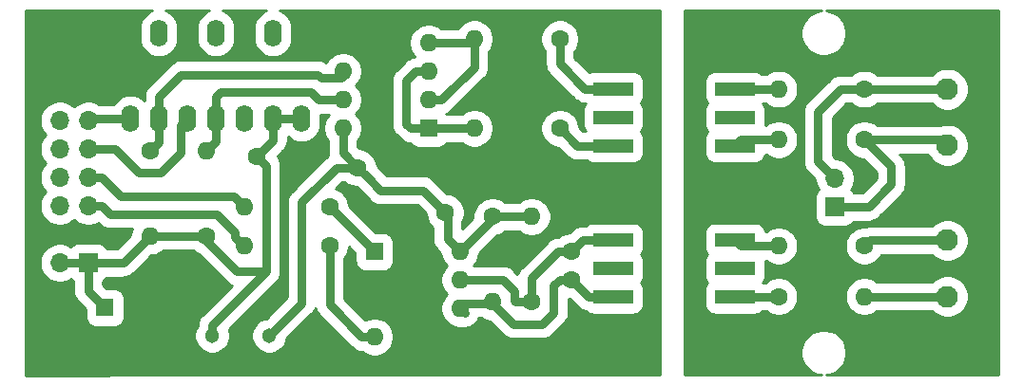
<source format=gbr>
G04 #@! TF.GenerationSoftware,KiCad,Pcbnew,5.1.5+dfsg1-2build2*
G04 #@! TF.CreationDate,2021-08-03T14:14:28-04:00*
G04 #@! TF.ProjectId,pmod_1553,706d6f64-5f31-4353-9533-2e6b69636164,rev?*
G04 #@! TF.SameCoordinates,Original*
G04 #@! TF.FileFunction,Copper,L2,Bot*
G04 #@! TF.FilePolarity,Positive*
%FSLAX46Y46*%
G04 Gerber Fmt 4.6, Leading zero omitted, Abs format (unit mm)*
G04 Created by KiCad (PCBNEW 5.1.5+dfsg1-2build2) date 2021-08-03 14:14:28*
%MOMM*%
%LPD*%
G04 APERTURE LIST*
%ADD10O,1.600000X2.400000*%
%ADD11R,1.600000X2.400000*%
%ADD12C,1.600000*%
%ADD13O,1.700000X1.700000*%
%ADD14R,1.700000X1.700000*%
%ADD15O,2.200000X1.740000*%
%ADD16C,0.100000*%
%ADD17O,1.600000X1.600000*%
%ADD18C,1.303000*%
%ADD19R,1.600000X1.600000*%
%ADD20C,1.950000*%
%ADD21R,3.556000X1.270000*%
%ADD22C,0.762000*%
%ADD23C,0.254000*%
G04 APERTURE END LIST*
D10*
X120000000Y-85620000D03*
X104760000Y-78000000D03*
X117460000Y-85620000D03*
X107300000Y-78000000D03*
X114920000Y-85620000D03*
X109840000Y-78000000D03*
X112380000Y-85620000D03*
X112380000Y-78000000D03*
X109840000Y-85620000D03*
X114920000Y-78000000D03*
X107300000Y-85620000D03*
X117460000Y-78000000D03*
X104760000Y-85620000D03*
D11*
X120000000Y-78000000D03*
D12*
X116000000Y-89000000D03*
X121000000Y-89000000D03*
D13*
X167500000Y-90960000D03*
D14*
X167500000Y-93500000D03*
D15*
X162000000Y-93540000D03*
G04 #@! TA.AperFunction,ComponentPad*
D16*
G36*
X162874505Y-90131204D02*
G01*
X162898773Y-90134804D01*
X162922572Y-90140765D01*
X162945671Y-90149030D01*
X162967850Y-90159520D01*
X162988893Y-90172132D01*
X163008599Y-90186747D01*
X163026777Y-90203223D01*
X163043253Y-90221401D01*
X163057868Y-90241107D01*
X163070480Y-90262150D01*
X163080970Y-90284329D01*
X163089235Y-90307428D01*
X163095196Y-90331227D01*
X163098796Y-90355495D01*
X163100000Y-90379999D01*
X163100000Y-91620001D01*
X163098796Y-91644505D01*
X163095196Y-91668773D01*
X163089235Y-91692572D01*
X163080970Y-91715671D01*
X163070480Y-91737850D01*
X163057868Y-91758893D01*
X163043253Y-91778599D01*
X163026777Y-91796777D01*
X163008599Y-91813253D01*
X162988893Y-91827868D01*
X162967850Y-91840480D01*
X162945671Y-91850970D01*
X162922572Y-91859235D01*
X162898773Y-91865196D01*
X162874505Y-91868796D01*
X162850001Y-91870000D01*
X161149999Y-91870000D01*
X161125495Y-91868796D01*
X161101227Y-91865196D01*
X161077428Y-91859235D01*
X161054329Y-91850970D01*
X161032150Y-91840480D01*
X161011107Y-91827868D01*
X160991401Y-91813253D01*
X160973223Y-91796777D01*
X160956747Y-91778599D01*
X160942132Y-91758893D01*
X160929520Y-91737850D01*
X160919030Y-91715671D01*
X160910765Y-91692572D01*
X160904804Y-91668773D01*
X160901204Y-91644505D01*
X160900000Y-91620001D01*
X160900000Y-90379999D01*
X160901204Y-90355495D01*
X160904804Y-90331227D01*
X160910765Y-90307428D01*
X160919030Y-90284329D01*
X160929520Y-90262150D01*
X160942132Y-90241107D01*
X160956747Y-90221401D01*
X160973223Y-90203223D01*
X160991401Y-90186747D01*
X161011107Y-90172132D01*
X161032150Y-90159520D01*
X161054329Y-90149030D01*
X161077428Y-90140765D01*
X161101227Y-90134804D01*
X161125495Y-90131204D01*
X161149999Y-90130000D01*
X162850001Y-90130000D01*
X162874505Y-90131204D01*
G37*
G04 #@! TD.AperFunction*
D12*
X150500000Y-79000000D03*
X155500000Y-79000000D03*
X130000000Y-90000000D03*
X125000000Y-90000000D03*
X132800000Y-94000000D03*
X127800000Y-94000000D03*
X144000000Y-105000000D03*
X144000000Y-100000000D03*
X144000000Y-97500000D03*
X144000000Y-92500000D03*
D17*
X137000000Y-102000000D03*
D12*
X137000000Y-94380000D03*
D17*
X140500000Y-94380000D03*
D12*
X140500000Y-102000000D03*
D17*
X111500000Y-88500000D03*
D12*
X111500000Y-96120000D03*
D17*
X106500000Y-96120000D03*
D12*
X106500000Y-88500000D03*
D18*
X117120000Y-105000000D03*
X114580000Y-105000000D03*
X112040000Y-105000000D03*
X109500000Y-105000000D03*
D12*
X102500000Y-105000000D03*
D19*
X102500000Y-102500000D03*
D20*
X177500000Y-83000000D03*
X177500000Y-88000000D03*
X177500000Y-96500000D03*
X177500000Y-101500000D03*
D21*
X147785000Y-88040000D03*
X147785000Y-85500000D03*
X147785000Y-82960000D03*
X158580000Y-88040000D03*
X158580000Y-85500000D03*
X158580000Y-82960000D03*
X147785000Y-101540000D03*
X147785000Y-99000000D03*
X147785000Y-96460000D03*
X158580000Y-101540000D03*
X158580000Y-99000000D03*
X158580000Y-96460000D03*
D13*
X98460000Y-85800000D03*
X101000000Y-85800000D03*
X98460000Y-88340000D03*
X101000000Y-88340000D03*
X98460000Y-90880000D03*
X101000000Y-90880000D03*
X98460000Y-93420000D03*
X101000000Y-93420000D03*
X98460000Y-95960000D03*
X101000000Y-95960000D03*
X98460000Y-98500000D03*
D14*
X101000000Y-98500000D03*
D17*
X123680000Y-86500000D03*
X131300000Y-78880000D03*
X123680000Y-83960000D03*
X131300000Y-81420000D03*
X123680000Y-81420000D03*
X131300000Y-83960000D03*
X123680000Y-78880000D03*
D19*
X131300000Y-86500000D03*
D17*
X134120000Y-97500000D03*
X126500000Y-105120000D03*
X134120000Y-100040000D03*
X126500000Y-102580000D03*
X134120000Y-102580000D03*
X126500000Y-100040000D03*
X134120000Y-105120000D03*
D19*
X126500000Y-97500000D03*
D17*
X162500000Y-87500000D03*
D12*
X170120000Y-87500000D03*
D17*
X162500000Y-83000000D03*
D12*
X170120000Y-83000000D03*
D17*
X170120000Y-101500000D03*
D12*
X162500000Y-101500000D03*
D17*
X162500000Y-97000000D03*
D12*
X170120000Y-97000000D03*
D17*
X135380000Y-86500000D03*
D12*
X143000000Y-86500000D03*
D17*
X135380000Y-78500000D03*
D12*
X143000000Y-78500000D03*
D17*
X114880000Y-93500000D03*
D12*
X122500000Y-93500000D03*
D17*
X114880000Y-97000000D03*
D12*
X122500000Y-97000000D03*
D22*
X101000000Y-98500000D02*
X98460000Y-98500000D01*
X106500000Y-96120000D02*
X111500000Y-96120000D01*
X120000000Y-86368630D02*
X120000000Y-85620000D01*
X120000000Y-85620000D02*
X117460000Y-85620000D01*
X117460000Y-87540000D02*
X117460000Y-85620000D01*
X116000000Y-89000000D02*
X117460000Y-87540000D01*
X112040000Y-104078640D02*
X112040000Y-105000000D01*
X116848401Y-99270239D02*
X112040000Y-104078640D01*
X116848401Y-89848401D02*
X116848401Y-99270239D01*
X116000000Y-89000000D02*
X116848401Y-89848401D01*
X101000000Y-101000000D02*
X102500000Y-102500000D01*
X101000000Y-98500000D02*
X101000000Y-101000000D01*
X114237005Y-99270239D02*
X116848401Y-99270239D01*
X111500000Y-96533234D02*
X114237005Y-99270239D01*
X111500000Y-96120000D02*
X111500000Y-96533234D01*
X104120000Y-98500000D02*
X106500000Y-96120000D01*
X101000000Y-98500000D02*
X104120000Y-98500000D01*
X140500000Y-100868630D02*
X140500000Y-102000000D01*
X140500000Y-99868630D02*
X140500000Y-100868630D01*
X142868630Y-97500000D02*
X140500000Y-99868630D01*
X144000000Y-97500000D02*
X142868630Y-97500000D01*
X145040000Y-96460000D02*
X144000000Y-97500000D01*
X147785000Y-96460000D02*
X145040000Y-96460000D01*
X135251370Y-100040000D02*
X134120000Y-100040000D01*
X135259771Y-100031599D02*
X135251370Y-100040000D01*
X140500000Y-102000000D02*
X139071196Y-102000000D01*
X137944833Y-100031599D02*
X135259771Y-100031599D01*
X138968401Y-101055167D02*
X137944833Y-100031599D01*
X138968401Y-101897205D02*
X138968401Y-101055167D01*
X139071196Y-102000000D02*
X138968401Y-101897205D01*
X134120000Y-102580000D02*
X134460000Y-102580000D01*
X134540000Y-103000000D02*
X134120000Y-102580000D01*
X145540000Y-101540000D02*
X147785000Y-101540000D01*
X144000000Y-100000000D02*
X145540000Y-101540000D01*
X143000000Y-100000000D02*
X144000000Y-100000000D01*
X142468401Y-100531599D02*
X143000000Y-100000000D01*
X142468401Y-102944833D02*
X142468401Y-100531599D01*
X141444833Y-103968401D02*
X142468401Y-102944833D01*
X138848401Y-103968401D02*
X141444833Y-103968401D01*
X137000000Y-102120000D02*
X138848401Y-103968401D01*
X134580000Y-102120000D02*
X137000000Y-102120000D01*
X134120000Y-102580000D02*
X134580000Y-102120000D01*
X102202081Y-90880000D02*
X101000000Y-90880000D01*
X103924270Y-92602189D02*
X102202081Y-90880000D01*
X113982189Y-92602189D02*
X103924270Y-92602189D01*
X114880000Y-93500000D02*
X113982189Y-92602189D01*
X159120000Y-87500000D02*
X158580000Y-88040000D01*
X162500000Y-87500000D02*
X159120000Y-87500000D01*
X161880000Y-82960000D02*
X161920000Y-83000000D01*
X157850000Y-82960000D02*
X161880000Y-82960000D01*
X102202081Y-93420000D02*
X101000000Y-93420000D01*
X102933680Y-94151599D02*
X102202081Y-93420000D01*
X112444833Y-94151599D02*
X102933680Y-94151599D01*
X114080001Y-96200001D02*
X114080001Y-95786767D01*
X114080001Y-95786767D02*
X112444833Y-94151599D01*
X114880000Y-97000000D02*
X114080001Y-96200001D01*
X162000000Y-101540000D02*
X162040000Y-101500000D01*
X162460000Y-101540000D02*
X162500000Y-101500000D01*
X158580000Y-101540000D02*
X162460000Y-101540000D01*
X159120000Y-97000000D02*
X158580000Y-96460000D01*
X162500000Y-97000000D02*
X159120000Y-97000000D01*
X125368630Y-105120000D02*
X126500000Y-105120000D01*
X122500000Y-102251370D02*
X125368630Y-105120000D01*
X122500000Y-97000000D02*
X122500000Y-102251370D01*
X126500000Y-97500000D02*
X122500000Y-93500000D01*
X170620000Y-96500000D02*
X170120000Y-97000000D01*
X177500000Y-96500000D02*
X170620000Y-96500000D01*
X170120000Y-101500000D02*
X177500000Y-101500000D01*
X177500000Y-83000000D02*
X170000000Y-83000000D01*
X170120000Y-83000000D02*
X168000000Y-83000000D01*
X168000000Y-83000000D02*
X166000000Y-85000000D01*
X166000000Y-89460000D02*
X167500000Y-90960000D01*
X166000000Y-85000000D02*
X166000000Y-89460000D01*
X177000000Y-87500000D02*
X177500000Y-88000000D01*
X170120000Y-87500000D02*
X177000000Y-87500000D01*
X170120000Y-87500000D02*
X172500000Y-89880000D01*
X172500000Y-89880000D02*
X172500000Y-91500000D01*
X170500000Y-93500000D02*
X167500000Y-93500000D01*
X172500000Y-91500000D02*
X170500000Y-93500000D01*
X137120000Y-94380000D02*
X137000000Y-94500000D01*
X140500000Y-94380000D02*
X137120000Y-94380000D01*
X137000000Y-94620000D02*
X134120000Y-97500000D01*
X137000000Y-94500000D02*
X137000000Y-94620000D01*
X133000000Y-96380000D02*
X134120000Y-97500000D01*
X133000000Y-94000000D02*
X133000000Y-96380000D01*
X123680000Y-88680000D02*
X125000000Y-90000000D01*
X123680000Y-86500000D02*
X123680000Y-88680000D01*
X125799999Y-90799999D02*
X125000000Y-90000000D01*
X127031599Y-92031599D02*
X125799999Y-90799999D01*
X130831599Y-92031599D02*
X127031599Y-92031599D01*
X132800000Y-94000000D02*
X130831599Y-92031599D01*
X117120000Y-105000000D02*
X120000000Y-102120000D01*
X123868630Y-90000000D02*
X125000000Y-90000000D01*
X123086766Y-90000000D02*
X123868630Y-90000000D01*
X120000000Y-93086766D02*
X123086766Y-90000000D01*
X120000000Y-102120000D02*
X120000000Y-93086766D01*
X144540000Y-88040000D02*
X143000000Y-86500000D01*
X147785000Y-88040000D02*
X144540000Y-88040000D01*
X143000000Y-79631370D02*
X143000000Y-78500000D01*
X143000000Y-80715000D02*
X143000000Y-79631370D01*
X145245000Y-82960000D02*
X143000000Y-80715000D01*
X147785000Y-82960000D02*
X145245000Y-82960000D01*
X135000000Y-78880000D02*
X135380000Y-78500000D01*
X131300000Y-78880000D02*
X135000000Y-78880000D01*
X135380000Y-81011370D02*
X132431370Y-83960000D01*
X132431370Y-83960000D02*
X131300000Y-83960000D01*
X135380000Y-78500000D02*
X135380000Y-81011370D01*
X135380000Y-86500000D02*
X131300000Y-86500000D01*
X129331599Y-82257031D02*
X130168630Y-81420000D01*
X129331599Y-86093599D02*
X129331599Y-82257031D01*
X129738000Y-86500000D02*
X129331599Y-86093599D01*
X130168630Y-81420000D02*
X131300000Y-81420000D01*
X131300000Y-86500000D02*
X129738000Y-86500000D01*
X101180000Y-85620000D02*
X101000000Y-85800000D01*
X104760000Y-85620000D02*
X101180000Y-85620000D01*
X109268410Y-86191590D02*
X109840000Y-85620000D01*
X109268410Y-88644824D02*
X109268410Y-86191590D01*
X107444833Y-90468401D02*
X109268410Y-88644824D01*
X105555167Y-90468401D02*
X107444833Y-90468401D01*
X103426766Y-88340000D02*
X105555167Y-90468401D01*
X101000000Y-88340000D02*
X103426766Y-88340000D01*
X121746547Y-81991599D02*
X121457128Y-81702180D01*
X123508401Y-81991599D02*
X121746547Y-81991599D01*
X123680000Y-81820000D02*
X123508401Y-81991599D01*
X123680000Y-81420000D02*
X123680000Y-81820000D01*
X107300000Y-83658000D02*
X107300000Y-85620000D01*
X109255820Y-81702180D02*
X107300000Y-83658000D01*
X121457128Y-81702180D02*
X109255820Y-81702180D01*
X107300000Y-87700000D02*
X106500000Y-88500000D01*
X107300000Y-85620000D02*
X107300000Y-87700000D01*
X112380000Y-83658000D02*
X112380000Y-85620000D01*
X112786410Y-83251590D02*
X112380000Y-83658000D01*
X120815342Y-83251590D02*
X112786410Y-83251590D01*
X121523752Y-83960000D02*
X120815342Y-83251590D01*
X123680000Y-83960000D02*
X121523752Y-83960000D01*
X112380000Y-87620000D02*
X111500000Y-88500000D01*
X112380000Y-85620000D02*
X112380000Y-87620000D01*
D23*
G36*
X102808455Y-75962961D02*
G01*
X102952007Y-75977100D01*
X106700312Y-75977100D01*
X106635871Y-75996648D01*
X106335833Y-76157021D01*
X106072848Y-76372847D01*
X105857021Y-76635832D01*
X105696648Y-76935870D01*
X105597890Y-77261429D01*
X105572900Y-77515159D01*
X105572900Y-78484840D01*
X105597890Y-78738570D01*
X105696648Y-79064129D01*
X105857021Y-79364167D01*
X106072847Y-79627153D01*
X106335832Y-79842979D01*
X106635870Y-80003352D01*
X106961429Y-80102110D01*
X107300000Y-80135456D01*
X107638570Y-80102110D01*
X107964129Y-80003352D01*
X108264167Y-79842979D01*
X108527153Y-79627153D01*
X108742979Y-79364168D01*
X108903352Y-79064130D01*
X109002110Y-78738571D01*
X109027100Y-78484841D01*
X109027100Y-77515160D01*
X109002110Y-77261429D01*
X108903352Y-76935870D01*
X108742979Y-76635832D01*
X108527153Y-76372847D01*
X108264168Y-76157021D01*
X107964130Y-75996648D01*
X107899689Y-75977100D01*
X111780312Y-75977100D01*
X111715871Y-75996648D01*
X111415833Y-76157021D01*
X111152848Y-76372847D01*
X110937021Y-76635832D01*
X110776648Y-76935870D01*
X110677890Y-77261429D01*
X110652900Y-77515159D01*
X110652900Y-78484840D01*
X110677890Y-78738570D01*
X110776648Y-79064129D01*
X110937021Y-79364167D01*
X111152847Y-79627153D01*
X111415832Y-79842979D01*
X111715870Y-80003352D01*
X112041429Y-80102110D01*
X112380000Y-80135456D01*
X112718570Y-80102110D01*
X113044129Y-80003352D01*
X113344167Y-79842979D01*
X113607153Y-79627153D01*
X113822979Y-79364168D01*
X113983352Y-79064130D01*
X114082110Y-78738571D01*
X114107100Y-78484841D01*
X114107100Y-77515160D01*
X114082110Y-77261429D01*
X113983352Y-76935870D01*
X113822979Y-76635832D01*
X113607153Y-76372847D01*
X113344168Y-76157021D01*
X113044130Y-75996648D01*
X112979689Y-75977100D01*
X116860312Y-75977100D01*
X116795871Y-75996648D01*
X116495833Y-76157021D01*
X116232848Y-76372847D01*
X116017021Y-76635832D01*
X115856648Y-76935870D01*
X115757890Y-77261429D01*
X115732900Y-77515159D01*
X115732900Y-78484840D01*
X115757890Y-78738570D01*
X115856648Y-79064129D01*
X116017021Y-79364167D01*
X116232847Y-79627153D01*
X116495832Y-79842979D01*
X116795870Y-80003352D01*
X117121429Y-80102110D01*
X117460000Y-80135456D01*
X117798570Y-80102110D01*
X118124129Y-80003352D01*
X118424167Y-79842979D01*
X118687153Y-79627153D01*
X118902979Y-79364168D01*
X119063352Y-79064130D01*
X119162110Y-78738571D01*
X119187100Y-78484841D01*
X119187100Y-77515160D01*
X119162110Y-77261429D01*
X119063352Y-76935870D01*
X118902979Y-76635832D01*
X118687153Y-76372847D01*
X118424168Y-76157021D01*
X118124130Y-75996648D01*
X118059689Y-75977100D01*
X151873000Y-75977100D01*
X151873000Y-108522900D01*
X102952007Y-108522900D01*
X102808455Y-108537039D01*
X102772651Y-108547900D01*
X95452100Y-108547900D01*
X95452100Y-85624971D01*
X96682900Y-85624971D01*
X96682900Y-85975029D01*
X96751193Y-86318361D01*
X96885154Y-86641773D01*
X97079636Y-86932835D01*
X97216801Y-87070000D01*
X97079636Y-87207165D01*
X96885154Y-87498227D01*
X96751193Y-87821639D01*
X96682900Y-88164971D01*
X96682900Y-88515029D01*
X96751193Y-88858361D01*
X96885154Y-89181773D01*
X97079636Y-89472835D01*
X97216801Y-89610000D01*
X97079636Y-89747165D01*
X96885154Y-90038227D01*
X96751193Y-90361639D01*
X96682900Y-90704971D01*
X96682900Y-91055029D01*
X96751193Y-91398361D01*
X96885154Y-91721773D01*
X97079636Y-92012835D01*
X97216801Y-92150000D01*
X97079636Y-92287165D01*
X96885154Y-92578227D01*
X96751193Y-92901639D01*
X96682900Y-93244971D01*
X96682900Y-93595029D01*
X96751193Y-93938361D01*
X96885154Y-94261773D01*
X97079636Y-94552835D01*
X97327165Y-94800364D01*
X97618227Y-94994846D01*
X97941639Y-95128807D01*
X98284971Y-95197100D01*
X98635029Y-95197100D01*
X98978361Y-95128807D01*
X99301773Y-94994846D01*
X99592835Y-94800364D01*
X99730000Y-94663199D01*
X99867165Y-94800364D01*
X100158227Y-94994846D01*
X100481639Y-95128807D01*
X100824971Y-95197100D01*
X101175029Y-95197100D01*
X101518361Y-95128807D01*
X101841773Y-94994846D01*
X101892860Y-94960710D01*
X101963264Y-95031115D01*
X102004238Y-95081041D01*
X102203422Y-95244507D01*
X102430670Y-95365973D01*
X102677248Y-95440772D01*
X102869420Y-95459699D01*
X102869421Y-95459699D01*
X102933679Y-95466028D01*
X102997937Y-95459699D01*
X104904106Y-95459699D01*
X104839271Y-95616223D01*
X104772900Y-95949895D01*
X104772900Y-95997168D01*
X103578168Y-97191900D01*
X102656367Y-97191900D01*
X102624585Y-97132439D01*
X102508730Y-96991270D01*
X102367561Y-96875415D01*
X102206502Y-96789328D01*
X102031743Y-96736315D01*
X101850000Y-96718415D01*
X100150000Y-96718415D01*
X99968257Y-96736315D01*
X99793498Y-96789328D01*
X99632439Y-96875415D01*
X99491270Y-96991270D01*
X99459202Y-97030345D01*
X99301773Y-96925154D01*
X98978361Y-96791193D01*
X98635029Y-96722900D01*
X98284971Y-96722900D01*
X97941639Y-96791193D01*
X97618227Y-96925154D01*
X97327165Y-97119636D01*
X97079636Y-97367165D01*
X96885154Y-97658227D01*
X96751193Y-97981639D01*
X96682900Y-98324971D01*
X96682900Y-98675029D01*
X96751193Y-99018361D01*
X96885154Y-99341773D01*
X97079636Y-99632835D01*
X97327165Y-99880364D01*
X97618227Y-100074846D01*
X97941639Y-100208807D01*
X98284971Y-100277100D01*
X98635029Y-100277100D01*
X98978361Y-100208807D01*
X99301773Y-100074846D01*
X99459202Y-99969655D01*
X99491270Y-100008730D01*
X99632439Y-100124585D01*
X99691901Y-100156368D01*
X99691901Y-100935730D01*
X99685571Y-101000000D01*
X99710827Y-101256432D01*
X99752618Y-101394195D01*
X99785627Y-101503010D01*
X99907093Y-101730258D01*
X100070559Y-101929442D01*
X100120475Y-101970407D01*
X100768415Y-102618347D01*
X100768415Y-103300000D01*
X100786315Y-103481743D01*
X100839328Y-103656502D01*
X100925415Y-103817561D01*
X101041270Y-103958730D01*
X101182439Y-104074585D01*
X101343498Y-104160672D01*
X101518257Y-104213685D01*
X101700000Y-104231585D01*
X103300000Y-104231585D01*
X103481743Y-104213685D01*
X103656502Y-104160672D01*
X103817561Y-104074585D01*
X103958730Y-103958730D01*
X104074585Y-103817561D01*
X104160672Y-103656502D01*
X104213685Y-103481743D01*
X104231585Y-103300000D01*
X104231585Y-101700000D01*
X104213685Y-101518257D01*
X104160672Y-101343498D01*
X104074585Y-101182439D01*
X103958730Y-101041270D01*
X103817561Y-100925415D01*
X103656502Y-100839328D01*
X103481743Y-100786315D01*
X103300000Y-100768415D01*
X102618347Y-100768415D01*
X102308100Y-100458168D01*
X102308100Y-100156367D01*
X102367561Y-100124585D01*
X102508730Y-100008730D01*
X102624585Y-99867561D01*
X102656367Y-99808100D01*
X104055740Y-99808100D01*
X104120000Y-99814429D01*
X104184260Y-99808100D01*
X104252887Y-99801341D01*
X104376432Y-99789173D01*
X104623010Y-99714374D01*
X104850258Y-99592908D01*
X105049442Y-99429442D01*
X105090411Y-99379521D01*
X106622832Y-97847100D01*
X106670105Y-97847100D01*
X107003777Y-97780729D01*
X107318089Y-97650536D01*
X107600962Y-97461526D01*
X107634388Y-97428100D01*
X110365612Y-97428100D01*
X110399038Y-97461526D01*
X110681911Y-97650536D01*
X110827799Y-97710965D01*
X113266598Y-100149765D01*
X113307563Y-100199681D01*
X113460154Y-100324909D01*
X113506747Y-100363147D01*
X113733994Y-100484613D01*
X113772434Y-100496274D01*
X111160479Y-103108229D01*
X111110558Y-103149198D01*
X110947092Y-103348383D01*
X110825626Y-103575631D01*
X110784268Y-103711969D01*
X110750827Y-103822208D01*
X110725571Y-104078640D01*
X110729617Y-104119722D01*
X110641063Y-104252253D01*
X110522065Y-104539539D01*
X110461400Y-104844521D01*
X110461400Y-105155479D01*
X110522065Y-105460461D01*
X110641063Y-105747747D01*
X110813821Y-106006299D01*
X111033701Y-106226179D01*
X111292253Y-106398937D01*
X111579539Y-106517935D01*
X111884521Y-106578600D01*
X112195479Y-106578600D01*
X112500461Y-106517935D01*
X112787747Y-106398937D01*
X113046299Y-106226179D01*
X113266179Y-106006299D01*
X113438937Y-105747747D01*
X113557935Y-105460461D01*
X113618600Y-105155479D01*
X113618600Y-104844521D01*
X113557935Y-104539539D01*
X113520180Y-104448392D01*
X117727929Y-100240644D01*
X117777843Y-100199681D01*
X117941309Y-100000497D01*
X118062775Y-99773249D01*
X118117481Y-99592907D01*
X118137574Y-99526672D01*
X118162830Y-99270239D01*
X118156501Y-99205979D01*
X118156501Y-89912658D01*
X118162830Y-89848400D01*
X118156501Y-89784141D01*
X118137574Y-89591969D01*
X118062775Y-89345391D01*
X117941309Y-89118143D01*
X117846867Y-89003065D01*
X118339527Y-88510406D01*
X118389442Y-88469442D01*
X118552908Y-88270258D01*
X118611483Y-88160672D01*
X118674374Y-88043011D01*
X118749173Y-87796433D01*
X118774429Y-87540000D01*
X118768100Y-87475740D01*
X118768100Y-87241369D01*
X118772847Y-87247153D01*
X119035832Y-87462979D01*
X119335870Y-87623352D01*
X119661429Y-87722110D01*
X120000000Y-87755456D01*
X120338570Y-87722110D01*
X120664129Y-87623352D01*
X120964167Y-87462979D01*
X121227153Y-87247153D01*
X121442979Y-86984168D01*
X121603352Y-86684130D01*
X121702110Y-86358571D01*
X121727100Y-86104841D01*
X121727100Y-85268100D01*
X122469412Y-85268100D01*
X122338474Y-85399038D01*
X122149464Y-85681911D01*
X122019271Y-85996223D01*
X121952900Y-86329895D01*
X121952900Y-86670105D01*
X122019271Y-87003777D01*
X122149464Y-87318089D01*
X122338474Y-87600962D01*
X122371901Y-87634389D01*
X122371901Y-88615730D01*
X122365571Y-88680000D01*
X122386365Y-88891133D01*
X122356508Y-88907092D01*
X122157324Y-89070558D01*
X122116355Y-89120479D01*
X119120475Y-92116359D01*
X119070559Y-92157324D01*
X119029595Y-92207239D01*
X118907093Y-92356508D01*
X118785627Y-92583756D01*
X118710827Y-92830334D01*
X118685571Y-93086766D01*
X118691901Y-93151036D01*
X118691900Y-101578167D01*
X116819901Y-103450167D01*
X116659539Y-103482065D01*
X116372253Y-103601063D01*
X116113701Y-103773821D01*
X115893821Y-103993701D01*
X115721063Y-104252253D01*
X115602065Y-104539539D01*
X115541400Y-104844521D01*
X115541400Y-105155479D01*
X115602065Y-105460461D01*
X115721063Y-105747747D01*
X115893821Y-106006299D01*
X116113701Y-106226179D01*
X116372253Y-106398937D01*
X116659539Y-106517935D01*
X116964521Y-106578600D01*
X117275479Y-106578600D01*
X117580461Y-106517935D01*
X117867747Y-106398937D01*
X118126299Y-106226179D01*
X118346179Y-106006299D01*
X118518937Y-105747747D01*
X118637935Y-105460461D01*
X118669833Y-105300099D01*
X120879527Y-103090406D01*
X120929442Y-103049442D01*
X121092908Y-102850258D01*
X121214374Y-102623010D01*
X121230075Y-102571252D01*
X121265612Y-102688401D01*
X121285627Y-102754380D01*
X121407093Y-102981628D01*
X121570559Y-103180812D01*
X121620475Y-103221777D01*
X124398223Y-105999526D01*
X124439188Y-106049442D01*
X124638372Y-106212908D01*
X124865620Y-106334374D01*
X125112198Y-106409173D01*
X125304370Y-106428100D01*
X125304371Y-106428100D01*
X125368629Y-106434429D01*
X125371644Y-106434132D01*
X125399038Y-106461526D01*
X125681911Y-106650536D01*
X125996223Y-106780729D01*
X126329895Y-106847100D01*
X126670105Y-106847100D01*
X127003777Y-106780729D01*
X127318089Y-106650536D01*
X127600962Y-106461526D01*
X127841526Y-106220962D01*
X128030536Y-105938089D01*
X128160729Y-105623777D01*
X128227100Y-105290105D01*
X128227100Y-104949895D01*
X128160729Y-104616223D01*
X128030536Y-104301911D01*
X127841526Y-104019038D01*
X127600962Y-103778474D01*
X127318089Y-103589464D01*
X127003777Y-103459271D01*
X126670105Y-103392900D01*
X126329895Y-103392900D01*
X125996223Y-103459271D01*
X125686236Y-103587673D01*
X123808100Y-101709538D01*
X123808100Y-98134388D01*
X123841526Y-98100962D01*
X124030536Y-97818089D01*
X124160729Y-97503777D01*
X124227100Y-97170105D01*
X124227100Y-97077032D01*
X124768415Y-97618347D01*
X124768415Y-98300000D01*
X124786315Y-98481743D01*
X124839328Y-98656502D01*
X124925415Y-98817561D01*
X125041270Y-98958730D01*
X125182439Y-99074585D01*
X125343498Y-99160672D01*
X125518257Y-99213685D01*
X125700000Y-99231585D01*
X127300000Y-99231585D01*
X127481743Y-99213685D01*
X127656502Y-99160672D01*
X127817561Y-99074585D01*
X127958730Y-98958730D01*
X128074585Y-98817561D01*
X128160672Y-98656502D01*
X128213685Y-98481743D01*
X128231585Y-98300000D01*
X128231585Y-96700000D01*
X128213685Y-96518257D01*
X128160672Y-96343498D01*
X128074585Y-96182439D01*
X127958730Y-96041270D01*
X127817561Y-95925415D01*
X127656502Y-95839328D01*
X127481743Y-95786315D01*
X127300000Y-95768415D01*
X126618347Y-95768415D01*
X124227100Y-93377168D01*
X124227100Y-93329895D01*
X124160729Y-92996223D01*
X124030536Y-92681911D01*
X123841526Y-92399038D01*
X123600962Y-92158474D01*
X123318089Y-91969464D01*
X123069997Y-91866701D01*
X123628598Y-91308100D01*
X123865612Y-91308100D01*
X123899038Y-91341526D01*
X124181911Y-91530536D01*
X124496223Y-91660729D01*
X124829895Y-91727100D01*
X124877168Y-91727100D01*
X126061188Y-92911120D01*
X126102157Y-92961041D01*
X126301341Y-93124507D01*
X126528589Y-93245973D01*
X126775167Y-93320772D01*
X126967339Y-93339699D01*
X126967340Y-93339699D01*
X127031598Y-93346028D01*
X127095856Y-93339699D01*
X130289767Y-93339699D01*
X131072900Y-94122832D01*
X131072900Y-94170105D01*
X131139271Y-94503777D01*
X131269464Y-94818089D01*
X131458474Y-95100962D01*
X131691901Y-95334389D01*
X131691901Y-96315730D01*
X131685571Y-96380000D01*
X131710827Y-96636432D01*
X131775692Y-96850258D01*
X131785627Y-96883010D01*
X131907093Y-97110258D01*
X132070559Y-97309442D01*
X132120475Y-97350407D01*
X132392900Y-97622832D01*
X132392900Y-97670105D01*
X132459271Y-98003777D01*
X132589464Y-98318089D01*
X132778474Y-98600962D01*
X132947512Y-98770000D01*
X132778474Y-98939038D01*
X132589464Y-99221911D01*
X132459271Y-99536223D01*
X132392900Y-99869895D01*
X132392900Y-100210105D01*
X132459271Y-100543777D01*
X132589464Y-100858089D01*
X132778474Y-101140962D01*
X132947512Y-101310000D01*
X132778474Y-101479038D01*
X132589464Y-101761911D01*
X132459271Y-102076223D01*
X132392900Y-102409895D01*
X132392900Y-102750105D01*
X132459271Y-103083777D01*
X132589464Y-103398089D01*
X132778474Y-103680962D01*
X133019038Y-103921526D01*
X133301911Y-104110536D01*
X133616223Y-104240729D01*
X133949895Y-104307100D01*
X134290105Y-104307100D01*
X134348219Y-104295541D01*
X134540000Y-104314429D01*
X134796432Y-104289173D01*
X135043010Y-104214374D01*
X135270258Y-104092907D01*
X135469441Y-103929441D01*
X135632907Y-103730258D01*
X135754374Y-103503010D01*
X135777098Y-103428100D01*
X136028605Y-103428100D01*
X136181911Y-103530536D01*
X136496223Y-103660729D01*
X136739109Y-103709042D01*
X137877994Y-104847927D01*
X137918959Y-104897843D01*
X138118143Y-105061309D01*
X138227945Y-105119999D01*
X138345390Y-105182775D01*
X138591968Y-105257574D01*
X138848401Y-105282830D01*
X138912661Y-105276501D01*
X141380573Y-105276501D01*
X141444833Y-105282830D01*
X141509093Y-105276501D01*
X141701265Y-105257574D01*
X141947843Y-105182775D01*
X142175091Y-105061309D01*
X142374275Y-104897843D01*
X142415244Y-104847922D01*
X143347928Y-103915239D01*
X143397843Y-103874275D01*
X143561309Y-103675091D01*
X143673207Y-103465744D01*
X143682775Y-103447844D01*
X143757574Y-103201266D01*
X143782830Y-102944833D01*
X143776501Y-102880573D01*
X143776501Y-101716479D01*
X143829895Y-101727100D01*
X143877167Y-101727100D01*
X144569593Y-102419526D01*
X144610558Y-102469442D01*
X144809742Y-102632908D01*
X145036990Y-102754374D01*
X145152676Y-102789467D01*
X145283567Y-102829173D01*
X145350784Y-102835793D01*
X145489439Y-102949585D01*
X145650498Y-103035672D01*
X145825257Y-103088685D01*
X146007000Y-103106585D01*
X149563000Y-103106585D01*
X149744743Y-103088685D01*
X149919502Y-103035672D01*
X150080561Y-102949585D01*
X150221730Y-102833730D01*
X150337585Y-102692561D01*
X150423672Y-102531502D01*
X150476685Y-102356743D01*
X150494585Y-102175000D01*
X150494585Y-100905000D01*
X150476685Y-100723257D01*
X150423672Y-100548498D01*
X150337585Y-100387439D01*
X150241205Y-100270000D01*
X150337585Y-100152561D01*
X150423672Y-99991502D01*
X150476685Y-99816743D01*
X150494585Y-99635000D01*
X150494585Y-98365000D01*
X150476685Y-98183257D01*
X150423672Y-98008498D01*
X150337585Y-97847439D01*
X150241205Y-97730000D01*
X150337585Y-97612561D01*
X150423672Y-97451502D01*
X150476685Y-97276743D01*
X150494585Y-97095000D01*
X150494585Y-95825000D01*
X150476685Y-95643257D01*
X150423672Y-95468498D01*
X150337585Y-95307439D01*
X150221730Y-95166270D01*
X150080561Y-95050415D01*
X149919502Y-94964328D01*
X149744743Y-94911315D01*
X149563000Y-94893415D01*
X146007000Y-94893415D01*
X145825257Y-94911315D01*
X145650498Y-94964328D01*
X145489439Y-95050415D01*
X145365780Y-95151900D01*
X145104257Y-95151900D01*
X145039999Y-95145571D01*
X144975741Y-95151900D01*
X144975740Y-95151900D01*
X144783568Y-95170827D01*
X144536990Y-95245626D01*
X144309742Y-95367092D01*
X144110558Y-95530558D01*
X144069589Y-95580479D01*
X143877168Y-95772900D01*
X143829895Y-95772900D01*
X143496223Y-95839271D01*
X143181911Y-95969464D01*
X142899038Y-96158474D01*
X142871644Y-96185868D01*
X142868630Y-96185571D01*
X142612197Y-96210827D01*
X142365619Y-96285626D01*
X142195733Y-96376432D01*
X142138372Y-96407092D01*
X141939188Y-96570558D01*
X141898225Y-96620472D01*
X139620479Y-98898219D01*
X139570558Y-98939188D01*
X139407092Y-99138373D01*
X139285626Y-99365621D01*
X139249123Y-99485956D01*
X138915244Y-99152078D01*
X138874275Y-99102157D01*
X138675091Y-98938691D01*
X138447843Y-98817225D01*
X138201265Y-98742426D01*
X138009093Y-98723499D01*
X137944833Y-98717170D01*
X137880573Y-98723499D01*
X135338989Y-98723499D01*
X135461526Y-98600962D01*
X135650536Y-98318089D01*
X135780729Y-98003777D01*
X135847100Y-97670105D01*
X135847100Y-97622832D01*
X137410687Y-96059246D01*
X137503777Y-96040729D01*
X137818089Y-95910536D01*
X138100962Y-95721526D01*
X138134388Y-95688100D01*
X139365612Y-95688100D01*
X139399038Y-95721526D01*
X139681911Y-95910536D01*
X139996223Y-96040729D01*
X140329895Y-96107100D01*
X140670105Y-96107100D01*
X141003777Y-96040729D01*
X141318089Y-95910536D01*
X141600962Y-95721526D01*
X141841526Y-95480962D01*
X142030536Y-95198089D01*
X142160729Y-94883777D01*
X142227100Y-94550105D01*
X142227100Y-94209895D01*
X142160729Y-93876223D01*
X142030536Y-93561911D01*
X141841526Y-93279038D01*
X141600962Y-93038474D01*
X141318089Y-92849464D01*
X141003777Y-92719271D01*
X140670105Y-92652900D01*
X140329895Y-92652900D01*
X139996223Y-92719271D01*
X139681911Y-92849464D01*
X139399038Y-93038474D01*
X139365612Y-93071900D01*
X138134388Y-93071900D01*
X138100962Y-93038474D01*
X137818089Y-92849464D01*
X137503777Y-92719271D01*
X137170105Y-92652900D01*
X136829895Y-92652900D01*
X136496223Y-92719271D01*
X136181911Y-92849464D01*
X135899038Y-93038474D01*
X135658474Y-93279038D01*
X135469464Y-93561911D01*
X135339271Y-93876223D01*
X135272900Y-94209895D01*
X135272900Y-94497167D01*
X134308100Y-95461968D01*
X134308100Y-94851667D01*
X134330536Y-94818089D01*
X134460729Y-94503777D01*
X134527100Y-94170105D01*
X134527100Y-93829895D01*
X134460729Y-93496223D01*
X134330536Y-93181911D01*
X134141526Y-92899038D01*
X133900962Y-92658474D01*
X133618089Y-92469464D01*
X133303777Y-92339271D01*
X132970105Y-92272900D01*
X132922832Y-92272900D01*
X131802010Y-91152078D01*
X131761041Y-91102157D01*
X131561857Y-90938691D01*
X131334609Y-90817225D01*
X131088031Y-90742426D01*
X130831599Y-90717170D01*
X130767339Y-90723499D01*
X127573431Y-90723499D01*
X126727100Y-89877168D01*
X126727100Y-89829895D01*
X126660729Y-89496223D01*
X126530536Y-89181911D01*
X126341526Y-88899038D01*
X126100962Y-88658474D01*
X125818089Y-88469464D01*
X125503777Y-88339271D01*
X125170105Y-88272900D01*
X125122832Y-88272900D01*
X124988100Y-88138168D01*
X124988100Y-87634388D01*
X125021526Y-87600962D01*
X125210536Y-87318089D01*
X125340729Y-87003777D01*
X125407100Y-86670105D01*
X125407100Y-86329895D01*
X125340729Y-85996223D01*
X125210536Y-85681911D01*
X125021526Y-85399038D01*
X124852488Y-85230000D01*
X125021526Y-85060962D01*
X125210536Y-84778089D01*
X125340729Y-84463777D01*
X125407100Y-84130105D01*
X125407100Y-83789895D01*
X125340729Y-83456223D01*
X125210536Y-83141911D01*
X125021526Y-82859038D01*
X124852488Y-82690000D01*
X125021526Y-82520962D01*
X125197879Y-82257031D01*
X128017170Y-82257031D01*
X128023500Y-82321301D01*
X128023499Y-86029338D01*
X128017170Y-86093599D01*
X128042426Y-86350031D01*
X128045017Y-86358571D01*
X128117225Y-86596608D01*
X128238691Y-86823856D01*
X128402157Y-87023041D01*
X128452078Y-87064010D01*
X128767589Y-87379521D01*
X128808558Y-87429442D01*
X129007742Y-87592908D01*
X129208098Y-87700000D01*
X129234990Y-87714374D01*
X129481567Y-87789173D01*
X129722949Y-87812947D01*
X129725415Y-87817561D01*
X129841270Y-87958730D01*
X129982439Y-88074585D01*
X130143498Y-88160672D01*
X130318257Y-88213685D01*
X130500000Y-88231585D01*
X132100000Y-88231585D01*
X132281743Y-88213685D01*
X132456502Y-88160672D01*
X132617561Y-88074585D01*
X132758730Y-87958730D01*
X132874585Y-87817561D01*
X132879642Y-87808100D01*
X134245612Y-87808100D01*
X134279038Y-87841526D01*
X134561911Y-88030536D01*
X134876223Y-88160729D01*
X135209895Y-88227100D01*
X135550105Y-88227100D01*
X135883777Y-88160729D01*
X136198089Y-88030536D01*
X136480962Y-87841526D01*
X136721526Y-87600962D01*
X136910536Y-87318089D01*
X137040729Y-87003777D01*
X137107100Y-86670105D01*
X137107100Y-86329895D01*
X137040729Y-85996223D01*
X136910536Y-85681911D01*
X136721526Y-85399038D01*
X136480962Y-85158474D01*
X136198089Y-84969464D01*
X135883777Y-84839271D01*
X135550105Y-84772900D01*
X135209895Y-84772900D01*
X134876223Y-84839271D01*
X134561911Y-84969464D01*
X134279038Y-85158474D01*
X134245612Y-85191900D01*
X132879642Y-85191900D01*
X132879218Y-85191107D01*
X132934380Y-85174374D01*
X133161628Y-85052908D01*
X133360812Y-84889442D01*
X133401781Y-84839521D01*
X136259526Y-81981777D01*
X136309442Y-81940812D01*
X136472908Y-81741628D01*
X136594374Y-81514380D01*
X136669173Y-81267802D01*
X136688100Y-81075630D01*
X136694429Y-81011370D01*
X136688100Y-80947110D01*
X136688100Y-79634388D01*
X136721526Y-79600962D01*
X136910536Y-79318089D01*
X137040729Y-79003777D01*
X137107100Y-78670105D01*
X137107100Y-78329895D01*
X141272900Y-78329895D01*
X141272900Y-78670105D01*
X141339271Y-79003777D01*
X141469464Y-79318089D01*
X141658474Y-79600962D01*
X141691900Y-79634388D01*
X141691900Y-80650740D01*
X141685571Y-80715000D01*
X141710475Y-80967858D01*
X141710827Y-80971431D01*
X141785626Y-81218009D01*
X141907092Y-81445257D01*
X142070558Y-81644442D01*
X142120479Y-81685411D01*
X144274593Y-83839526D01*
X144315558Y-83889442D01*
X144514742Y-84052908D01*
X144741990Y-84174374D01*
X144988568Y-84249173D01*
X145180740Y-84268100D01*
X145180741Y-84268100D01*
X145244999Y-84274429D01*
X145296496Y-84269357D01*
X145232415Y-84347439D01*
X145146328Y-84508498D01*
X145093315Y-84683257D01*
X145075415Y-84865000D01*
X145075415Y-86135000D01*
X145093315Y-86316743D01*
X145146328Y-86491502D01*
X145232415Y-86652561D01*
X145297527Y-86731900D01*
X145081833Y-86731900D01*
X144727100Y-86377167D01*
X144727100Y-86329895D01*
X144660729Y-85996223D01*
X144530536Y-85681911D01*
X144341526Y-85399038D01*
X144100962Y-85158474D01*
X143818089Y-84969464D01*
X143503777Y-84839271D01*
X143170105Y-84772900D01*
X142829895Y-84772900D01*
X142496223Y-84839271D01*
X142181911Y-84969464D01*
X141899038Y-85158474D01*
X141658474Y-85399038D01*
X141469464Y-85681911D01*
X141339271Y-85996223D01*
X141272900Y-86329895D01*
X141272900Y-86670105D01*
X141339271Y-87003777D01*
X141469464Y-87318089D01*
X141658474Y-87600962D01*
X141899038Y-87841526D01*
X142181911Y-88030536D01*
X142496223Y-88160729D01*
X142829895Y-88227100D01*
X142877167Y-88227100D01*
X143569593Y-88919526D01*
X143610558Y-88969442D01*
X143809742Y-89132908D01*
X144036990Y-89254374D01*
X144204388Y-89305154D01*
X144283567Y-89329173D01*
X144540000Y-89354429D01*
X144604260Y-89348100D01*
X145365780Y-89348100D01*
X145489439Y-89449585D01*
X145650498Y-89535672D01*
X145825257Y-89588685D01*
X146007000Y-89606585D01*
X149563000Y-89606585D01*
X149744743Y-89588685D01*
X149919502Y-89535672D01*
X150080561Y-89449585D01*
X150221730Y-89333730D01*
X150337585Y-89192561D01*
X150423672Y-89031502D01*
X150476685Y-88856743D01*
X150494585Y-88675000D01*
X150494585Y-87405000D01*
X150476685Y-87223257D01*
X150423672Y-87048498D01*
X150337585Y-86887439D01*
X150241205Y-86770000D01*
X150337585Y-86652561D01*
X150423672Y-86491502D01*
X150476685Y-86316743D01*
X150494585Y-86135000D01*
X150494585Y-84865000D01*
X150476685Y-84683257D01*
X150423672Y-84508498D01*
X150337585Y-84347439D01*
X150241205Y-84230000D01*
X150337585Y-84112561D01*
X150423672Y-83951502D01*
X150476685Y-83776743D01*
X150494585Y-83595000D01*
X150494585Y-82325000D01*
X150476685Y-82143257D01*
X150423672Y-81968498D01*
X150337585Y-81807439D01*
X150221730Y-81666270D01*
X150080561Y-81550415D01*
X149919502Y-81464328D01*
X149744743Y-81411315D01*
X149563000Y-81393415D01*
X146007000Y-81393415D01*
X145825257Y-81411315D01*
X145650498Y-81464328D01*
X145617108Y-81482175D01*
X144308100Y-80173168D01*
X144308100Y-79634388D01*
X144341526Y-79600962D01*
X144530536Y-79318089D01*
X144660729Y-79003777D01*
X144727100Y-78670105D01*
X144727100Y-78329895D01*
X144660729Y-77996223D01*
X144530536Y-77681911D01*
X144341526Y-77399038D01*
X144100962Y-77158474D01*
X143818089Y-76969464D01*
X143503777Y-76839271D01*
X143170105Y-76772900D01*
X142829895Y-76772900D01*
X142496223Y-76839271D01*
X142181911Y-76969464D01*
X141899038Y-77158474D01*
X141658474Y-77399038D01*
X141469464Y-77681911D01*
X141339271Y-77996223D01*
X141272900Y-78329895D01*
X137107100Y-78329895D01*
X137040729Y-77996223D01*
X136910536Y-77681911D01*
X136721526Y-77399038D01*
X136480962Y-77158474D01*
X136198089Y-76969464D01*
X135883777Y-76839271D01*
X135550105Y-76772900D01*
X135209895Y-76772900D01*
X134876223Y-76839271D01*
X134561911Y-76969464D01*
X134279038Y-77158474D01*
X134038474Y-77399038D01*
X133922971Y-77571900D01*
X132434388Y-77571900D01*
X132400962Y-77538474D01*
X132118089Y-77349464D01*
X131803777Y-77219271D01*
X131470105Y-77152900D01*
X131129895Y-77152900D01*
X130796223Y-77219271D01*
X130481911Y-77349464D01*
X130199038Y-77538474D01*
X129958474Y-77779038D01*
X129769464Y-78061911D01*
X129639271Y-78376223D01*
X129572900Y-78709895D01*
X129572900Y-79050105D01*
X129639271Y-79383777D01*
X129769464Y-79698089D01*
X129958474Y-79980962D01*
X130090753Y-80113241D01*
X129912198Y-80130827D01*
X129665619Y-80205626D01*
X129524395Y-80281112D01*
X129438372Y-80327092D01*
X129239188Y-80490558D01*
X129198219Y-80540479D01*
X128452074Y-81286624D01*
X128402158Y-81327589D01*
X128289939Y-81464328D01*
X128238692Y-81526773D01*
X128117226Y-81754021D01*
X128042426Y-82000599D01*
X128017170Y-82257031D01*
X125197879Y-82257031D01*
X125210536Y-82238089D01*
X125340729Y-81923777D01*
X125407100Y-81590105D01*
X125407100Y-81249895D01*
X125340729Y-80916223D01*
X125210536Y-80601911D01*
X125021526Y-80319038D01*
X124780962Y-80078474D01*
X124498089Y-79889464D01*
X124183777Y-79759271D01*
X123850105Y-79692900D01*
X123509895Y-79692900D01*
X123176223Y-79759271D01*
X122861911Y-79889464D01*
X122579038Y-80078474D01*
X122338474Y-80319038D01*
X122155819Y-80592399D01*
X121960138Y-80487806D01*
X121713560Y-80413007D01*
X121521388Y-80394080D01*
X121457128Y-80387751D01*
X121392868Y-80394080D01*
X109320077Y-80394080D01*
X109255819Y-80387751D01*
X109191561Y-80394080D01*
X109191560Y-80394080D01*
X108999388Y-80413007D01*
X108752810Y-80487806D01*
X108525562Y-80609272D01*
X108326378Y-80772738D01*
X108285409Y-80822659D01*
X106420479Y-82687589D01*
X106370558Y-82728558D01*
X106207092Y-82927743D01*
X106085626Y-83154991D01*
X106056323Y-83251590D01*
X106010827Y-83401568D01*
X105985571Y-83658000D01*
X105991900Y-83722261D01*
X105991900Y-83998631D01*
X105987153Y-83992847D01*
X105724168Y-83777021D01*
X105424130Y-83616648D01*
X105098571Y-83517890D01*
X104760000Y-83484544D01*
X104421430Y-83517890D01*
X104095871Y-83616648D01*
X103795833Y-83777021D01*
X103532848Y-83992847D01*
X103317021Y-84255832D01*
X103287052Y-84311900D01*
X101971597Y-84311900D01*
X101841773Y-84225154D01*
X101518361Y-84091193D01*
X101175029Y-84022900D01*
X100824971Y-84022900D01*
X100481639Y-84091193D01*
X100158227Y-84225154D01*
X99867165Y-84419636D01*
X99730000Y-84556801D01*
X99592835Y-84419636D01*
X99301773Y-84225154D01*
X98978361Y-84091193D01*
X98635029Y-84022900D01*
X98284971Y-84022900D01*
X97941639Y-84091193D01*
X97618227Y-84225154D01*
X97327165Y-84419636D01*
X97079636Y-84667165D01*
X96885154Y-84958227D01*
X96751193Y-85281639D01*
X96682900Y-85624971D01*
X95452100Y-85624971D01*
X95452100Y-75952100D01*
X102772651Y-75952100D01*
X102808455Y-75962961D01*
G37*
X102808455Y-75962961D02*
X102952007Y-75977100D01*
X106700312Y-75977100D01*
X106635871Y-75996648D01*
X106335833Y-76157021D01*
X106072848Y-76372847D01*
X105857021Y-76635832D01*
X105696648Y-76935870D01*
X105597890Y-77261429D01*
X105572900Y-77515159D01*
X105572900Y-78484840D01*
X105597890Y-78738570D01*
X105696648Y-79064129D01*
X105857021Y-79364167D01*
X106072847Y-79627153D01*
X106335832Y-79842979D01*
X106635870Y-80003352D01*
X106961429Y-80102110D01*
X107300000Y-80135456D01*
X107638570Y-80102110D01*
X107964129Y-80003352D01*
X108264167Y-79842979D01*
X108527153Y-79627153D01*
X108742979Y-79364168D01*
X108903352Y-79064130D01*
X109002110Y-78738571D01*
X109027100Y-78484841D01*
X109027100Y-77515160D01*
X109002110Y-77261429D01*
X108903352Y-76935870D01*
X108742979Y-76635832D01*
X108527153Y-76372847D01*
X108264168Y-76157021D01*
X107964130Y-75996648D01*
X107899689Y-75977100D01*
X111780312Y-75977100D01*
X111715871Y-75996648D01*
X111415833Y-76157021D01*
X111152848Y-76372847D01*
X110937021Y-76635832D01*
X110776648Y-76935870D01*
X110677890Y-77261429D01*
X110652900Y-77515159D01*
X110652900Y-78484840D01*
X110677890Y-78738570D01*
X110776648Y-79064129D01*
X110937021Y-79364167D01*
X111152847Y-79627153D01*
X111415832Y-79842979D01*
X111715870Y-80003352D01*
X112041429Y-80102110D01*
X112380000Y-80135456D01*
X112718570Y-80102110D01*
X113044129Y-80003352D01*
X113344167Y-79842979D01*
X113607153Y-79627153D01*
X113822979Y-79364168D01*
X113983352Y-79064130D01*
X114082110Y-78738571D01*
X114107100Y-78484841D01*
X114107100Y-77515160D01*
X114082110Y-77261429D01*
X113983352Y-76935870D01*
X113822979Y-76635832D01*
X113607153Y-76372847D01*
X113344168Y-76157021D01*
X113044130Y-75996648D01*
X112979689Y-75977100D01*
X116860312Y-75977100D01*
X116795871Y-75996648D01*
X116495833Y-76157021D01*
X116232848Y-76372847D01*
X116017021Y-76635832D01*
X115856648Y-76935870D01*
X115757890Y-77261429D01*
X115732900Y-77515159D01*
X115732900Y-78484840D01*
X115757890Y-78738570D01*
X115856648Y-79064129D01*
X116017021Y-79364167D01*
X116232847Y-79627153D01*
X116495832Y-79842979D01*
X116795870Y-80003352D01*
X117121429Y-80102110D01*
X117460000Y-80135456D01*
X117798570Y-80102110D01*
X118124129Y-80003352D01*
X118424167Y-79842979D01*
X118687153Y-79627153D01*
X118902979Y-79364168D01*
X119063352Y-79064130D01*
X119162110Y-78738571D01*
X119187100Y-78484841D01*
X119187100Y-77515160D01*
X119162110Y-77261429D01*
X119063352Y-76935870D01*
X118902979Y-76635832D01*
X118687153Y-76372847D01*
X118424168Y-76157021D01*
X118124130Y-75996648D01*
X118059689Y-75977100D01*
X151873000Y-75977100D01*
X151873000Y-108522900D01*
X102952007Y-108522900D01*
X102808455Y-108537039D01*
X102772651Y-108547900D01*
X95452100Y-108547900D01*
X95452100Y-85624971D01*
X96682900Y-85624971D01*
X96682900Y-85975029D01*
X96751193Y-86318361D01*
X96885154Y-86641773D01*
X97079636Y-86932835D01*
X97216801Y-87070000D01*
X97079636Y-87207165D01*
X96885154Y-87498227D01*
X96751193Y-87821639D01*
X96682900Y-88164971D01*
X96682900Y-88515029D01*
X96751193Y-88858361D01*
X96885154Y-89181773D01*
X97079636Y-89472835D01*
X97216801Y-89610000D01*
X97079636Y-89747165D01*
X96885154Y-90038227D01*
X96751193Y-90361639D01*
X96682900Y-90704971D01*
X96682900Y-91055029D01*
X96751193Y-91398361D01*
X96885154Y-91721773D01*
X97079636Y-92012835D01*
X97216801Y-92150000D01*
X97079636Y-92287165D01*
X96885154Y-92578227D01*
X96751193Y-92901639D01*
X96682900Y-93244971D01*
X96682900Y-93595029D01*
X96751193Y-93938361D01*
X96885154Y-94261773D01*
X97079636Y-94552835D01*
X97327165Y-94800364D01*
X97618227Y-94994846D01*
X97941639Y-95128807D01*
X98284971Y-95197100D01*
X98635029Y-95197100D01*
X98978361Y-95128807D01*
X99301773Y-94994846D01*
X99592835Y-94800364D01*
X99730000Y-94663199D01*
X99867165Y-94800364D01*
X100158227Y-94994846D01*
X100481639Y-95128807D01*
X100824971Y-95197100D01*
X101175029Y-95197100D01*
X101518361Y-95128807D01*
X101841773Y-94994846D01*
X101892860Y-94960710D01*
X101963264Y-95031115D01*
X102004238Y-95081041D01*
X102203422Y-95244507D01*
X102430670Y-95365973D01*
X102677248Y-95440772D01*
X102869420Y-95459699D01*
X102869421Y-95459699D01*
X102933679Y-95466028D01*
X102997937Y-95459699D01*
X104904106Y-95459699D01*
X104839271Y-95616223D01*
X104772900Y-95949895D01*
X104772900Y-95997168D01*
X103578168Y-97191900D01*
X102656367Y-97191900D01*
X102624585Y-97132439D01*
X102508730Y-96991270D01*
X102367561Y-96875415D01*
X102206502Y-96789328D01*
X102031743Y-96736315D01*
X101850000Y-96718415D01*
X100150000Y-96718415D01*
X99968257Y-96736315D01*
X99793498Y-96789328D01*
X99632439Y-96875415D01*
X99491270Y-96991270D01*
X99459202Y-97030345D01*
X99301773Y-96925154D01*
X98978361Y-96791193D01*
X98635029Y-96722900D01*
X98284971Y-96722900D01*
X97941639Y-96791193D01*
X97618227Y-96925154D01*
X97327165Y-97119636D01*
X97079636Y-97367165D01*
X96885154Y-97658227D01*
X96751193Y-97981639D01*
X96682900Y-98324971D01*
X96682900Y-98675029D01*
X96751193Y-99018361D01*
X96885154Y-99341773D01*
X97079636Y-99632835D01*
X97327165Y-99880364D01*
X97618227Y-100074846D01*
X97941639Y-100208807D01*
X98284971Y-100277100D01*
X98635029Y-100277100D01*
X98978361Y-100208807D01*
X99301773Y-100074846D01*
X99459202Y-99969655D01*
X99491270Y-100008730D01*
X99632439Y-100124585D01*
X99691901Y-100156368D01*
X99691901Y-100935730D01*
X99685571Y-101000000D01*
X99710827Y-101256432D01*
X99752618Y-101394195D01*
X99785627Y-101503010D01*
X99907093Y-101730258D01*
X100070559Y-101929442D01*
X100120475Y-101970407D01*
X100768415Y-102618347D01*
X100768415Y-103300000D01*
X100786315Y-103481743D01*
X100839328Y-103656502D01*
X100925415Y-103817561D01*
X101041270Y-103958730D01*
X101182439Y-104074585D01*
X101343498Y-104160672D01*
X101518257Y-104213685D01*
X101700000Y-104231585D01*
X103300000Y-104231585D01*
X103481743Y-104213685D01*
X103656502Y-104160672D01*
X103817561Y-104074585D01*
X103958730Y-103958730D01*
X104074585Y-103817561D01*
X104160672Y-103656502D01*
X104213685Y-103481743D01*
X104231585Y-103300000D01*
X104231585Y-101700000D01*
X104213685Y-101518257D01*
X104160672Y-101343498D01*
X104074585Y-101182439D01*
X103958730Y-101041270D01*
X103817561Y-100925415D01*
X103656502Y-100839328D01*
X103481743Y-100786315D01*
X103300000Y-100768415D01*
X102618347Y-100768415D01*
X102308100Y-100458168D01*
X102308100Y-100156367D01*
X102367561Y-100124585D01*
X102508730Y-100008730D01*
X102624585Y-99867561D01*
X102656367Y-99808100D01*
X104055740Y-99808100D01*
X104120000Y-99814429D01*
X104184260Y-99808100D01*
X104252887Y-99801341D01*
X104376432Y-99789173D01*
X104623010Y-99714374D01*
X104850258Y-99592908D01*
X105049442Y-99429442D01*
X105090411Y-99379521D01*
X106622832Y-97847100D01*
X106670105Y-97847100D01*
X107003777Y-97780729D01*
X107318089Y-97650536D01*
X107600962Y-97461526D01*
X107634388Y-97428100D01*
X110365612Y-97428100D01*
X110399038Y-97461526D01*
X110681911Y-97650536D01*
X110827799Y-97710965D01*
X113266598Y-100149765D01*
X113307563Y-100199681D01*
X113460154Y-100324909D01*
X113506747Y-100363147D01*
X113733994Y-100484613D01*
X113772434Y-100496274D01*
X111160479Y-103108229D01*
X111110558Y-103149198D01*
X110947092Y-103348383D01*
X110825626Y-103575631D01*
X110784268Y-103711969D01*
X110750827Y-103822208D01*
X110725571Y-104078640D01*
X110729617Y-104119722D01*
X110641063Y-104252253D01*
X110522065Y-104539539D01*
X110461400Y-104844521D01*
X110461400Y-105155479D01*
X110522065Y-105460461D01*
X110641063Y-105747747D01*
X110813821Y-106006299D01*
X111033701Y-106226179D01*
X111292253Y-106398937D01*
X111579539Y-106517935D01*
X111884521Y-106578600D01*
X112195479Y-106578600D01*
X112500461Y-106517935D01*
X112787747Y-106398937D01*
X113046299Y-106226179D01*
X113266179Y-106006299D01*
X113438937Y-105747747D01*
X113557935Y-105460461D01*
X113618600Y-105155479D01*
X113618600Y-104844521D01*
X113557935Y-104539539D01*
X113520180Y-104448392D01*
X117727929Y-100240644D01*
X117777843Y-100199681D01*
X117941309Y-100000497D01*
X118062775Y-99773249D01*
X118117481Y-99592907D01*
X118137574Y-99526672D01*
X118162830Y-99270239D01*
X118156501Y-99205979D01*
X118156501Y-89912658D01*
X118162830Y-89848400D01*
X118156501Y-89784141D01*
X118137574Y-89591969D01*
X118062775Y-89345391D01*
X117941309Y-89118143D01*
X117846867Y-89003065D01*
X118339527Y-88510406D01*
X118389442Y-88469442D01*
X118552908Y-88270258D01*
X118611483Y-88160672D01*
X118674374Y-88043011D01*
X118749173Y-87796433D01*
X118774429Y-87540000D01*
X118768100Y-87475740D01*
X118768100Y-87241369D01*
X118772847Y-87247153D01*
X119035832Y-87462979D01*
X119335870Y-87623352D01*
X119661429Y-87722110D01*
X120000000Y-87755456D01*
X120338570Y-87722110D01*
X120664129Y-87623352D01*
X120964167Y-87462979D01*
X121227153Y-87247153D01*
X121442979Y-86984168D01*
X121603352Y-86684130D01*
X121702110Y-86358571D01*
X121727100Y-86104841D01*
X121727100Y-85268100D01*
X122469412Y-85268100D01*
X122338474Y-85399038D01*
X122149464Y-85681911D01*
X122019271Y-85996223D01*
X121952900Y-86329895D01*
X121952900Y-86670105D01*
X122019271Y-87003777D01*
X122149464Y-87318089D01*
X122338474Y-87600962D01*
X122371901Y-87634389D01*
X122371901Y-88615730D01*
X122365571Y-88680000D01*
X122386365Y-88891133D01*
X122356508Y-88907092D01*
X122157324Y-89070558D01*
X122116355Y-89120479D01*
X119120475Y-92116359D01*
X119070559Y-92157324D01*
X119029595Y-92207239D01*
X118907093Y-92356508D01*
X118785627Y-92583756D01*
X118710827Y-92830334D01*
X118685571Y-93086766D01*
X118691901Y-93151036D01*
X118691900Y-101578167D01*
X116819901Y-103450167D01*
X116659539Y-103482065D01*
X116372253Y-103601063D01*
X116113701Y-103773821D01*
X115893821Y-103993701D01*
X115721063Y-104252253D01*
X115602065Y-104539539D01*
X115541400Y-104844521D01*
X115541400Y-105155479D01*
X115602065Y-105460461D01*
X115721063Y-105747747D01*
X115893821Y-106006299D01*
X116113701Y-106226179D01*
X116372253Y-106398937D01*
X116659539Y-106517935D01*
X116964521Y-106578600D01*
X117275479Y-106578600D01*
X117580461Y-106517935D01*
X117867747Y-106398937D01*
X118126299Y-106226179D01*
X118346179Y-106006299D01*
X118518937Y-105747747D01*
X118637935Y-105460461D01*
X118669833Y-105300099D01*
X120879527Y-103090406D01*
X120929442Y-103049442D01*
X121092908Y-102850258D01*
X121214374Y-102623010D01*
X121230075Y-102571252D01*
X121265612Y-102688401D01*
X121285627Y-102754380D01*
X121407093Y-102981628D01*
X121570559Y-103180812D01*
X121620475Y-103221777D01*
X124398223Y-105999526D01*
X124439188Y-106049442D01*
X124638372Y-106212908D01*
X124865620Y-106334374D01*
X125112198Y-106409173D01*
X125304370Y-106428100D01*
X125304371Y-106428100D01*
X125368629Y-106434429D01*
X125371644Y-106434132D01*
X125399038Y-106461526D01*
X125681911Y-106650536D01*
X125996223Y-106780729D01*
X126329895Y-106847100D01*
X126670105Y-106847100D01*
X127003777Y-106780729D01*
X127318089Y-106650536D01*
X127600962Y-106461526D01*
X127841526Y-106220962D01*
X128030536Y-105938089D01*
X128160729Y-105623777D01*
X128227100Y-105290105D01*
X128227100Y-104949895D01*
X128160729Y-104616223D01*
X128030536Y-104301911D01*
X127841526Y-104019038D01*
X127600962Y-103778474D01*
X127318089Y-103589464D01*
X127003777Y-103459271D01*
X126670105Y-103392900D01*
X126329895Y-103392900D01*
X125996223Y-103459271D01*
X125686236Y-103587673D01*
X123808100Y-101709538D01*
X123808100Y-98134388D01*
X123841526Y-98100962D01*
X124030536Y-97818089D01*
X124160729Y-97503777D01*
X124227100Y-97170105D01*
X124227100Y-97077032D01*
X124768415Y-97618347D01*
X124768415Y-98300000D01*
X124786315Y-98481743D01*
X124839328Y-98656502D01*
X124925415Y-98817561D01*
X125041270Y-98958730D01*
X125182439Y-99074585D01*
X125343498Y-99160672D01*
X125518257Y-99213685D01*
X125700000Y-99231585D01*
X127300000Y-99231585D01*
X127481743Y-99213685D01*
X127656502Y-99160672D01*
X127817561Y-99074585D01*
X127958730Y-98958730D01*
X128074585Y-98817561D01*
X128160672Y-98656502D01*
X128213685Y-98481743D01*
X128231585Y-98300000D01*
X128231585Y-96700000D01*
X128213685Y-96518257D01*
X128160672Y-96343498D01*
X128074585Y-96182439D01*
X127958730Y-96041270D01*
X127817561Y-95925415D01*
X127656502Y-95839328D01*
X127481743Y-95786315D01*
X127300000Y-95768415D01*
X126618347Y-95768415D01*
X124227100Y-93377168D01*
X124227100Y-93329895D01*
X124160729Y-92996223D01*
X124030536Y-92681911D01*
X123841526Y-92399038D01*
X123600962Y-92158474D01*
X123318089Y-91969464D01*
X123069997Y-91866701D01*
X123628598Y-91308100D01*
X123865612Y-91308100D01*
X123899038Y-91341526D01*
X124181911Y-91530536D01*
X124496223Y-91660729D01*
X124829895Y-91727100D01*
X124877168Y-91727100D01*
X126061188Y-92911120D01*
X126102157Y-92961041D01*
X126301341Y-93124507D01*
X126528589Y-93245973D01*
X126775167Y-93320772D01*
X126967339Y-93339699D01*
X126967340Y-93339699D01*
X127031598Y-93346028D01*
X127095856Y-93339699D01*
X130289767Y-93339699D01*
X131072900Y-94122832D01*
X131072900Y-94170105D01*
X131139271Y-94503777D01*
X131269464Y-94818089D01*
X131458474Y-95100962D01*
X131691901Y-95334389D01*
X131691901Y-96315730D01*
X131685571Y-96380000D01*
X131710827Y-96636432D01*
X131775692Y-96850258D01*
X131785627Y-96883010D01*
X131907093Y-97110258D01*
X132070559Y-97309442D01*
X132120475Y-97350407D01*
X132392900Y-97622832D01*
X132392900Y-97670105D01*
X132459271Y-98003777D01*
X132589464Y-98318089D01*
X132778474Y-98600962D01*
X132947512Y-98770000D01*
X132778474Y-98939038D01*
X132589464Y-99221911D01*
X132459271Y-99536223D01*
X132392900Y-99869895D01*
X132392900Y-100210105D01*
X132459271Y-100543777D01*
X132589464Y-100858089D01*
X132778474Y-101140962D01*
X132947512Y-101310000D01*
X132778474Y-101479038D01*
X132589464Y-101761911D01*
X132459271Y-102076223D01*
X132392900Y-102409895D01*
X132392900Y-102750105D01*
X132459271Y-103083777D01*
X132589464Y-103398089D01*
X132778474Y-103680962D01*
X133019038Y-103921526D01*
X133301911Y-104110536D01*
X133616223Y-104240729D01*
X133949895Y-104307100D01*
X134290105Y-104307100D01*
X134348219Y-104295541D01*
X134540000Y-104314429D01*
X134796432Y-104289173D01*
X135043010Y-104214374D01*
X135270258Y-104092907D01*
X135469441Y-103929441D01*
X135632907Y-103730258D01*
X135754374Y-103503010D01*
X135777098Y-103428100D01*
X136028605Y-103428100D01*
X136181911Y-103530536D01*
X136496223Y-103660729D01*
X136739109Y-103709042D01*
X137877994Y-104847927D01*
X137918959Y-104897843D01*
X138118143Y-105061309D01*
X138227945Y-105119999D01*
X138345390Y-105182775D01*
X138591968Y-105257574D01*
X138848401Y-105282830D01*
X138912661Y-105276501D01*
X141380573Y-105276501D01*
X141444833Y-105282830D01*
X141509093Y-105276501D01*
X141701265Y-105257574D01*
X141947843Y-105182775D01*
X142175091Y-105061309D01*
X142374275Y-104897843D01*
X142415244Y-104847922D01*
X143347928Y-103915239D01*
X143397843Y-103874275D01*
X143561309Y-103675091D01*
X143673207Y-103465744D01*
X143682775Y-103447844D01*
X143757574Y-103201266D01*
X143782830Y-102944833D01*
X143776501Y-102880573D01*
X143776501Y-101716479D01*
X143829895Y-101727100D01*
X143877167Y-101727100D01*
X144569593Y-102419526D01*
X144610558Y-102469442D01*
X144809742Y-102632908D01*
X145036990Y-102754374D01*
X145152676Y-102789467D01*
X145283567Y-102829173D01*
X145350784Y-102835793D01*
X145489439Y-102949585D01*
X145650498Y-103035672D01*
X145825257Y-103088685D01*
X146007000Y-103106585D01*
X149563000Y-103106585D01*
X149744743Y-103088685D01*
X149919502Y-103035672D01*
X150080561Y-102949585D01*
X150221730Y-102833730D01*
X150337585Y-102692561D01*
X150423672Y-102531502D01*
X150476685Y-102356743D01*
X150494585Y-102175000D01*
X150494585Y-100905000D01*
X150476685Y-100723257D01*
X150423672Y-100548498D01*
X150337585Y-100387439D01*
X150241205Y-100270000D01*
X150337585Y-100152561D01*
X150423672Y-99991502D01*
X150476685Y-99816743D01*
X150494585Y-99635000D01*
X150494585Y-98365000D01*
X150476685Y-98183257D01*
X150423672Y-98008498D01*
X150337585Y-97847439D01*
X150241205Y-97730000D01*
X150337585Y-97612561D01*
X150423672Y-97451502D01*
X150476685Y-97276743D01*
X150494585Y-97095000D01*
X150494585Y-95825000D01*
X150476685Y-95643257D01*
X150423672Y-95468498D01*
X150337585Y-95307439D01*
X150221730Y-95166270D01*
X150080561Y-95050415D01*
X149919502Y-94964328D01*
X149744743Y-94911315D01*
X149563000Y-94893415D01*
X146007000Y-94893415D01*
X145825257Y-94911315D01*
X145650498Y-94964328D01*
X145489439Y-95050415D01*
X145365780Y-95151900D01*
X145104257Y-95151900D01*
X145039999Y-95145571D01*
X144975741Y-95151900D01*
X144975740Y-95151900D01*
X144783568Y-95170827D01*
X144536990Y-95245626D01*
X144309742Y-95367092D01*
X144110558Y-95530558D01*
X144069589Y-95580479D01*
X143877168Y-95772900D01*
X143829895Y-95772900D01*
X143496223Y-95839271D01*
X143181911Y-95969464D01*
X142899038Y-96158474D01*
X142871644Y-96185868D01*
X142868630Y-96185571D01*
X142612197Y-96210827D01*
X142365619Y-96285626D01*
X142195733Y-96376432D01*
X142138372Y-96407092D01*
X141939188Y-96570558D01*
X141898225Y-96620472D01*
X139620479Y-98898219D01*
X139570558Y-98939188D01*
X139407092Y-99138373D01*
X139285626Y-99365621D01*
X139249123Y-99485956D01*
X138915244Y-99152078D01*
X138874275Y-99102157D01*
X138675091Y-98938691D01*
X138447843Y-98817225D01*
X138201265Y-98742426D01*
X138009093Y-98723499D01*
X137944833Y-98717170D01*
X137880573Y-98723499D01*
X135338989Y-98723499D01*
X135461526Y-98600962D01*
X135650536Y-98318089D01*
X135780729Y-98003777D01*
X135847100Y-97670105D01*
X135847100Y-97622832D01*
X137410687Y-96059246D01*
X137503777Y-96040729D01*
X137818089Y-95910536D01*
X138100962Y-95721526D01*
X138134388Y-95688100D01*
X139365612Y-95688100D01*
X139399038Y-95721526D01*
X139681911Y-95910536D01*
X139996223Y-96040729D01*
X140329895Y-96107100D01*
X140670105Y-96107100D01*
X141003777Y-96040729D01*
X141318089Y-95910536D01*
X141600962Y-95721526D01*
X141841526Y-95480962D01*
X142030536Y-95198089D01*
X142160729Y-94883777D01*
X142227100Y-94550105D01*
X142227100Y-94209895D01*
X142160729Y-93876223D01*
X142030536Y-93561911D01*
X141841526Y-93279038D01*
X141600962Y-93038474D01*
X141318089Y-92849464D01*
X141003777Y-92719271D01*
X140670105Y-92652900D01*
X140329895Y-92652900D01*
X139996223Y-92719271D01*
X139681911Y-92849464D01*
X139399038Y-93038474D01*
X139365612Y-93071900D01*
X138134388Y-93071900D01*
X138100962Y-93038474D01*
X137818089Y-92849464D01*
X137503777Y-92719271D01*
X137170105Y-92652900D01*
X136829895Y-92652900D01*
X136496223Y-92719271D01*
X136181911Y-92849464D01*
X135899038Y-93038474D01*
X135658474Y-93279038D01*
X135469464Y-93561911D01*
X135339271Y-93876223D01*
X135272900Y-94209895D01*
X135272900Y-94497167D01*
X134308100Y-95461968D01*
X134308100Y-94851667D01*
X134330536Y-94818089D01*
X134460729Y-94503777D01*
X134527100Y-94170105D01*
X134527100Y-93829895D01*
X134460729Y-93496223D01*
X134330536Y-93181911D01*
X134141526Y-92899038D01*
X133900962Y-92658474D01*
X133618089Y-92469464D01*
X133303777Y-92339271D01*
X132970105Y-92272900D01*
X132922832Y-92272900D01*
X131802010Y-91152078D01*
X131761041Y-91102157D01*
X131561857Y-90938691D01*
X131334609Y-90817225D01*
X131088031Y-90742426D01*
X130831599Y-90717170D01*
X130767339Y-90723499D01*
X127573431Y-90723499D01*
X126727100Y-89877168D01*
X126727100Y-89829895D01*
X126660729Y-89496223D01*
X126530536Y-89181911D01*
X126341526Y-88899038D01*
X126100962Y-88658474D01*
X125818089Y-88469464D01*
X125503777Y-88339271D01*
X125170105Y-88272900D01*
X125122832Y-88272900D01*
X124988100Y-88138168D01*
X124988100Y-87634388D01*
X125021526Y-87600962D01*
X125210536Y-87318089D01*
X125340729Y-87003777D01*
X125407100Y-86670105D01*
X125407100Y-86329895D01*
X125340729Y-85996223D01*
X125210536Y-85681911D01*
X125021526Y-85399038D01*
X124852488Y-85230000D01*
X125021526Y-85060962D01*
X125210536Y-84778089D01*
X125340729Y-84463777D01*
X125407100Y-84130105D01*
X125407100Y-83789895D01*
X125340729Y-83456223D01*
X125210536Y-83141911D01*
X125021526Y-82859038D01*
X124852488Y-82690000D01*
X125021526Y-82520962D01*
X125197879Y-82257031D01*
X128017170Y-82257031D01*
X128023500Y-82321301D01*
X128023499Y-86029338D01*
X128017170Y-86093599D01*
X128042426Y-86350031D01*
X128045017Y-86358571D01*
X128117225Y-86596608D01*
X128238691Y-86823856D01*
X128402157Y-87023041D01*
X128452078Y-87064010D01*
X128767589Y-87379521D01*
X128808558Y-87429442D01*
X129007742Y-87592908D01*
X129208098Y-87700000D01*
X129234990Y-87714374D01*
X129481567Y-87789173D01*
X129722949Y-87812947D01*
X129725415Y-87817561D01*
X129841270Y-87958730D01*
X129982439Y-88074585D01*
X130143498Y-88160672D01*
X130318257Y-88213685D01*
X130500000Y-88231585D01*
X132100000Y-88231585D01*
X132281743Y-88213685D01*
X132456502Y-88160672D01*
X132617561Y-88074585D01*
X132758730Y-87958730D01*
X132874585Y-87817561D01*
X132879642Y-87808100D01*
X134245612Y-87808100D01*
X134279038Y-87841526D01*
X134561911Y-88030536D01*
X134876223Y-88160729D01*
X135209895Y-88227100D01*
X135550105Y-88227100D01*
X135883777Y-88160729D01*
X136198089Y-88030536D01*
X136480962Y-87841526D01*
X136721526Y-87600962D01*
X136910536Y-87318089D01*
X137040729Y-87003777D01*
X137107100Y-86670105D01*
X137107100Y-86329895D01*
X137040729Y-85996223D01*
X136910536Y-85681911D01*
X136721526Y-85399038D01*
X136480962Y-85158474D01*
X136198089Y-84969464D01*
X135883777Y-84839271D01*
X135550105Y-84772900D01*
X135209895Y-84772900D01*
X134876223Y-84839271D01*
X134561911Y-84969464D01*
X134279038Y-85158474D01*
X134245612Y-85191900D01*
X132879642Y-85191900D01*
X132879218Y-85191107D01*
X132934380Y-85174374D01*
X133161628Y-85052908D01*
X133360812Y-84889442D01*
X133401781Y-84839521D01*
X136259526Y-81981777D01*
X136309442Y-81940812D01*
X136472908Y-81741628D01*
X136594374Y-81514380D01*
X136669173Y-81267802D01*
X136688100Y-81075630D01*
X136694429Y-81011370D01*
X136688100Y-80947110D01*
X136688100Y-79634388D01*
X136721526Y-79600962D01*
X136910536Y-79318089D01*
X137040729Y-79003777D01*
X137107100Y-78670105D01*
X137107100Y-78329895D01*
X141272900Y-78329895D01*
X141272900Y-78670105D01*
X141339271Y-79003777D01*
X141469464Y-79318089D01*
X141658474Y-79600962D01*
X141691900Y-79634388D01*
X141691900Y-80650740D01*
X141685571Y-80715000D01*
X141710475Y-80967858D01*
X141710827Y-80971431D01*
X141785626Y-81218009D01*
X141907092Y-81445257D01*
X142070558Y-81644442D01*
X142120479Y-81685411D01*
X144274593Y-83839526D01*
X144315558Y-83889442D01*
X144514742Y-84052908D01*
X144741990Y-84174374D01*
X144988568Y-84249173D01*
X145180740Y-84268100D01*
X145180741Y-84268100D01*
X145244999Y-84274429D01*
X145296496Y-84269357D01*
X145232415Y-84347439D01*
X145146328Y-84508498D01*
X145093315Y-84683257D01*
X145075415Y-84865000D01*
X145075415Y-86135000D01*
X145093315Y-86316743D01*
X145146328Y-86491502D01*
X145232415Y-86652561D01*
X145297527Y-86731900D01*
X145081833Y-86731900D01*
X144727100Y-86377167D01*
X144727100Y-86329895D01*
X144660729Y-85996223D01*
X144530536Y-85681911D01*
X144341526Y-85399038D01*
X144100962Y-85158474D01*
X143818089Y-84969464D01*
X143503777Y-84839271D01*
X143170105Y-84772900D01*
X142829895Y-84772900D01*
X142496223Y-84839271D01*
X142181911Y-84969464D01*
X141899038Y-85158474D01*
X141658474Y-85399038D01*
X141469464Y-85681911D01*
X141339271Y-85996223D01*
X141272900Y-86329895D01*
X141272900Y-86670105D01*
X141339271Y-87003777D01*
X141469464Y-87318089D01*
X141658474Y-87600962D01*
X141899038Y-87841526D01*
X142181911Y-88030536D01*
X142496223Y-88160729D01*
X142829895Y-88227100D01*
X142877167Y-88227100D01*
X143569593Y-88919526D01*
X143610558Y-88969442D01*
X143809742Y-89132908D01*
X144036990Y-89254374D01*
X144204388Y-89305154D01*
X144283567Y-89329173D01*
X144540000Y-89354429D01*
X144604260Y-89348100D01*
X145365780Y-89348100D01*
X145489439Y-89449585D01*
X145650498Y-89535672D01*
X145825257Y-89588685D01*
X146007000Y-89606585D01*
X149563000Y-89606585D01*
X149744743Y-89588685D01*
X149919502Y-89535672D01*
X150080561Y-89449585D01*
X150221730Y-89333730D01*
X150337585Y-89192561D01*
X150423672Y-89031502D01*
X150476685Y-88856743D01*
X150494585Y-88675000D01*
X150494585Y-87405000D01*
X150476685Y-87223257D01*
X150423672Y-87048498D01*
X150337585Y-86887439D01*
X150241205Y-86770000D01*
X150337585Y-86652561D01*
X150423672Y-86491502D01*
X150476685Y-86316743D01*
X150494585Y-86135000D01*
X150494585Y-84865000D01*
X150476685Y-84683257D01*
X150423672Y-84508498D01*
X150337585Y-84347439D01*
X150241205Y-84230000D01*
X150337585Y-84112561D01*
X150423672Y-83951502D01*
X150476685Y-83776743D01*
X150494585Y-83595000D01*
X150494585Y-82325000D01*
X150476685Y-82143257D01*
X150423672Y-81968498D01*
X150337585Y-81807439D01*
X150221730Y-81666270D01*
X150080561Y-81550415D01*
X149919502Y-81464328D01*
X149744743Y-81411315D01*
X149563000Y-81393415D01*
X146007000Y-81393415D01*
X145825257Y-81411315D01*
X145650498Y-81464328D01*
X145617108Y-81482175D01*
X144308100Y-80173168D01*
X144308100Y-79634388D01*
X144341526Y-79600962D01*
X144530536Y-79318089D01*
X144660729Y-79003777D01*
X144727100Y-78670105D01*
X144727100Y-78329895D01*
X144660729Y-77996223D01*
X144530536Y-77681911D01*
X144341526Y-77399038D01*
X144100962Y-77158474D01*
X143818089Y-76969464D01*
X143503777Y-76839271D01*
X143170105Y-76772900D01*
X142829895Y-76772900D01*
X142496223Y-76839271D01*
X142181911Y-76969464D01*
X141899038Y-77158474D01*
X141658474Y-77399038D01*
X141469464Y-77681911D01*
X141339271Y-77996223D01*
X141272900Y-78329895D01*
X137107100Y-78329895D01*
X137040729Y-77996223D01*
X136910536Y-77681911D01*
X136721526Y-77399038D01*
X136480962Y-77158474D01*
X136198089Y-76969464D01*
X135883777Y-76839271D01*
X135550105Y-76772900D01*
X135209895Y-76772900D01*
X134876223Y-76839271D01*
X134561911Y-76969464D01*
X134279038Y-77158474D01*
X134038474Y-77399038D01*
X133922971Y-77571900D01*
X132434388Y-77571900D01*
X132400962Y-77538474D01*
X132118089Y-77349464D01*
X131803777Y-77219271D01*
X131470105Y-77152900D01*
X131129895Y-77152900D01*
X130796223Y-77219271D01*
X130481911Y-77349464D01*
X130199038Y-77538474D01*
X129958474Y-77779038D01*
X129769464Y-78061911D01*
X129639271Y-78376223D01*
X129572900Y-78709895D01*
X129572900Y-79050105D01*
X129639271Y-79383777D01*
X129769464Y-79698089D01*
X129958474Y-79980962D01*
X130090753Y-80113241D01*
X129912198Y-80130827D01*
X129665619Y-80205626D01*
X129524395Y-80281112D01*
X129438372Y-80327092D01*
X129239188Y-80490558D01*
X129198219Y-80540479D01*
X128452074Y-81286624D01*
X128402158Y-81327589D01*
X128289939Y-81464328D01*
X128238692Y-81526773D01*
X128117226Y-81754021D01*
X128042426Y-82000599D01*
X128017170Y-82257031D01*
X125197879Y-82257031D01*
X125210536Y-82238089D01*
X125340729Y-81923777D01*
X125407100Y-81590105D01*
X125407100Y-81249895D01*
X125340729Y-80916223D01*
X125210536Y-80601911D01*
X125021526Y-80319038D01*
X124780962Y-80078474D01*
X124498089Y-79889464D01*
X124183777Y-79759271D01*
X123850105Y-79692900D01*
X123509895Y-79692900D01*
X123176223Y-79759271D01*
X122861911Y-79889464D01*
X122579038Y-80078474D01*
X122338474Y-80319038D01*
X122155819Y-80592399D01*
X121960138Y-80487806D01*
X121713560Y-80413007D01*
X121521388Y-80394080D01*
X121457128Y-80387751D01*
X121392868Y-80394080D01*
X109320077Y-80394080D01*
X109255819Y-80387751D01*
X109191561Y-80394080D01*
X109191560Y-80394080D01*
X108999388Y-80413007D01*
X108752810Y-80487806D01*
X108525562Y-80609272D01*
X108326378Y-80772738D01*
X108285409Y-80822659D01*
X106420479Y-82687589D01*
X106370558Y-82728558D01*
X106207092Y-82927743D01*
X106085626Y-83154991D01*
X106056323Y-83251590D01*
X106010827Y-83401568D01*
X105985571Y-83658000D01*
X105991900Y-83722261D01*
X105991900Y-83998631D01*
X105987153Y-83992847D01*
X105724168Y-83777021D01*
X105424130Y-83616648D01*
X105098571Y-83517890D01*
X104760000Y-83484544D01*
X104421430Y-83517890D01*
X104095871Y-83616648D01*
X103795833Y-83777021D01*
X103532848Y-83992847D01*
X103317021Y-84255832D01*
X103287052Y-84311900D01*
X101971597Y-84311900D01*
X101841773Y-84225154D01*
X101518361Y-84091193D01*
X101175029Y-84022900D01*
X100824971Y-84022900D01*
X100481639Y-84091193D01*
X100158227Y-84225154D01*
X99867165Y-84419636D01*
X99730000Y-84556801D01*
X99592835Y-84419636D01*
X99301773Y-84225154D01*
X98978361Y-84091193D01*
X98635029Y-84022900D01*
X98284971Y-84022900D01*
X97941639Y-84091193D01*
X97618227Y-84225154D01*
X97327165Y-84419636D01*
X97079636Y-84667165D01*
X96885154Y-84958227D01*
X96751193Y-85281639D01*
X96682900Y-85624971D01*
X95452100Y-85624971D01*
X95452100Y-75952100D01*
X102772651Y-75952100D01*
X102808455Y-75962961D01*
G36*
X165908717Y-76050801D02*
G01*
X165539808Y-76203608D01*
X165207799Y-76425449D01*
X164925449Y-76707799D01*
X164703608Y-77039808D01*
X164550801Y-77408717D01*
X164472900Y-77800348D01*
X164472900Y-78199652D01*
X164550801Y-78591283D01*
X164703608Y-78960192D01*
X164925449Y-79292201D01*
X165207799Y-79574551D01*
X165539808Y-79796392D01*
X165908717Y-79949199D01*
X166300348Y-80027100D01*
X166699652Y-80027100D01*
X167091283Y-79949199D01*
X167460192Y-79796392D01*
X167792201Y-79574551D01*
X168074551Y-79292201D01*
X168296392Y-78960192D01*
X168449199Y-78591283D01*
X168527100Y-78199652D01*
X168527100Y-77800348D01*
X168449199Y-77408717D01*
X168296392Y-77039808D01*
X168074551Y-76707799D01*
X167792201Y-76425449D01*
X167460192Y-76203608D01*
X167091283Y-76050801D01*
X166720767Y-75977100D01*
X182022900Y-75977100D01*
X182022901Y-108522900D01*
X166720767Y-108522900D01*
X167091283Y-108449199D01*
X167460192Y-108296392D01*
X167792201Y-108074551D01*
X168074551Y-107792201D01*
X168296392Y-107460192D01*
X168449199Y-107091283D01*
X168527100Y-106699652D01*
X168527100Y-106300348D01*
X168449199Y-105908717D01*
X168296392Y-105539808D01*
X168074551Y-105207799D01*
X167792201Y-104925449D01*
X167460192Y-104703608D01*
X167091283Y-104550801D01*
X166699652Y-104472900D01*
X166300348Y-104472900D01*
X165908717Y-104550801D01*
X165539808Y-104703608D01*
X165207799Y-104925449D01*
X164925449Y-105207799D01*
X164703608Y-105539808D01*
X164550801Y-105908717D01*
X164472900Y-106300348D01*
X164472900Y-106699652D01*
X164550801Y-107091283D01*
X164703608Y-107460192D01*
X164925449Y-107792201D01*
X165207799Y-108074551D01*
X165539808Y-108296392D01*
X165908717Y-108449199D01*
X166279233Y-108522900D01*
X154127000Y-108522900D01*
X154127000Y-95825000D01*
X155870415Y-95825000D01*
X155870415Y-97095000D01*
X155888315Y-97276743D01*
X155941328Y-97451502D01*
X156027415Y-97612561D01*
X156123795Y-97730000D01*
X156027415Y-97847439D01*
X155941328Y-98008498D01*
X155888315Y-98183257D01*
X155870415Y-98365000D01*
X155870415Y-99635000D01*
X155888315Y-99816743D01*
X155941328Y-99991502D01*
X156027415Y-100152561D01*
X156123795Y-100270000D01*
X156027415Y-100387439D01*
X155941328Y-100548498D01*
X155888315Y-100723257D01*
X155870415Y-100905000D01*
X155870415Y-102175000D01*
X155888315Y-102356743D01*
X155941328Y-102531502D01*
X156027415Y-102692561D01*
X156143270Y-102833730D01*
X156284439Y-102949585D01*
X156445498Y-103035672D01*
X156620257Y-103088685D01*
X156802000Y-103106585D01*
X160358000Y-103106585D01*
X160539743Y-103088685D01*
X160714502Y-103035672D01*
X160875561Y-102949585D01*
X160999220Y-102848100D01*
X161408877Y-102848100D01*
X161681911Y-103030536D01*
X161996223Y-103160729D01*
X162329895Y-103227100D01*
X162670105Y-103227100D01*
X163003777Y-103160729D01*
X163318089Y-103030536D01*
X163600962Y-102841526D01*
X163841526Y-102600962D01*
X164030536Y-102318089D01*
X164160729Y-102003777D01*
X164227100Y-101670105D01*
X164227100Y-101329895D01*
X168392900Y-101329895D01*
X168392900Y-101670105D01*
X168459271Y-102003777D01*
X168589464Y-102318089D01*
X168778474Y-102600962D01*
X169019038Y-102841526D01*
X169301911Y-103030536D01*
X169616223Y-103160729D01*
X169949895Y-103227100D01*
X170290105Y-103227100D01*
X170623777Y-103160729D01*
X170938089Y-103030536D01*
X171220962Y-102841526D01*
X171254388Y-102808100D01*
X176118125Y-102808100D01*
X176287482Y-102977457D01*
X176599018Y-103185619D01*
X176945178Y-103329003D01*
X177312660Y-103402100D01*
X177687340Y-103402100D01*
X178054822Y-103329003D01*
X178400982Y-103185619D01*
X178712518Y-102977457D01*
X178977457Y-102712518D01*
X179185619Y-102400982D01*
X179329003Y-102054822D01*
X179402100Y-101687340D01*
X179402100Y-101312660D01*
X179329003Y-100945178D01*
X179185619Y-100599018D01*
X178977457Y-100287482D01*
X178712518Y-100022543D01*
X178400982Y-99814381D01*
X178054822Y-99670997D01*
X177687340Y-99597900D01*
X177312660Y-99597900D01*
X176945178Y-99670997D01*
X176599018Y-99814381D01*
X176287482Y-100022543D01*
X176118125Y-100191900D01*
X171254388Y-100191900D01*
X171220962Y-100158474D01*
X170938089Y-99969464D01*
X170623777Y-99839271D01*
X170290105Y-99772900D01*
X169949895Y-99772900D01*
X169616223Y-99839271D01*
X169301911Y-99969464D01*
X169019038Y-100158474D01*
X168778474Y-100399038D01*
X168589464Y-100681911D01*
X168459271Y-100996223D01*
X168392900Y-101329895D01*
X164227100Y-101329895D01*
X164160729Y-100996223D01*
X164030536Y-100681911D01*
X163841526Y-100399038D01*
X163600962Y-100158474D01*
X163318089Y-99969464D01*
X163003777Y-99839271D01*
X162670105Y-99772900D01*
X162329895Y-99772900D01*
X161996223Y-99839271D01*
X161681911Y-99969464D01*
X161399038Y-100158474D01*
X161325612Y-100231900D01*
X161067473Y-100231900D01*
X161132585Y-100152561D01*
X161218672Y-99991502D01*
X161271685Y-99816743D01*
X161289585Y-99635000D01*
X161289585Y-98365000D01*
X161283981Y-98308100D01*
X161365612Y-98308100D01*
X161399038Y-98341526D01*
X161681911Y-98530536D01*
X161996223Y-98660729D01*
X162329895Y-98727100D01*
X162670105Y-98727100D01*
X163003777Y-98660729D01*
X163318089Y-98530536D01*
X163600962Y-98341526D01*
X163841526Y-98100962D01*
X164030536Y-97818089D01*
X164160729Y-97503777D01*
X164227100Y-97170105D01*
X164227100Y-96829895D01*
X168392900Y-96829895D01*
X168392900Y-97170105D01*
X168459271Y-97503777D01*
X168589464Y-97818089D01*
X168778474Y-98100962D01*
X169019038Y-98341526D01*
X169301911Y-98530536D01*
X169616223Y-98660729D01*
X169949895Y-98727100D01*
X170290105Y-98727100D01*
X170623777Y-98660729D01*
X170938089Y-98530536D01*
X171220962Y-98341526D01*
X171461526Y-98100962D01*
X171650536Y-97818089D01*
X171654674Y-97808100D01*
X176118125Y-97808100D01*
X176287482Y-97977457D01*
X176599018Y-98185619D01*
X176945178Y-98329003D01*
X177312660Y-98402100D01*
X177687340Y-98402100D01*
X178054822Y-98329003D01*
X178400982Y-98185619D01*
X178712518Y-97977457D01*
X178977457Y-97712518D01*
X179185619Y-97400982D01*
X179329003Y-97054822D01*
X179402100Y-96687340D01*
X179402100Y-96312660D01*
X179329003Y-95945178D01*
X179185619Y-95599018D01*
X178977457Y-95287482D01*
X178712518Y-95022543D01*
X178400982Y-94814381D01*
X178054822Y-94670997D01*
X177687340Y-94597900D01*
X177312660Y-94597900D01*
X176945178Y-94670997D01*
X176599018Y-94814381D01*
X176287482Y-95022543D01*
X176118125Y-95191900D01*
X170684260Y-95191900D01*
X170620000Y-95185571D01*
X170363567Y-95210827D01*
X170248848Y-95245627D01*
X170158942Y-95272900D01*
X169949895Y-95272900D01*
X169616223Y-95339271D01*
X169301911Y-95469464D01*
X169019038Y-95658474D01*
X168778474Y-95899038D01*
X168589464Y-96181911D01*
X168459271Y-96496223D01*
X168392900Y-96829895D01*
X164227100Y-96829895D01*
X164160729Y-96496223D01*
X164030536Y-96181911D01*
X163841526Y-95899038D01*
X163600962Y-95658474D01*
X163318089Y-95469464D01*
X163003777Y-95339271D01*
X162670105Y-95272900D01*
X162329895Y-95272900D01*
X161996223Y-95339271D01*
X161681911Y-95469464D01*
X161399038Y-95658474D01*
X161365612Y-95691900D01*
X161276476Y-95691900D01*
X161271685Y-95643257D01*
X161218672Y-95468498D01*
X161132585Y-95307439D01*
X161016730Y-95166270D01*
X160875561Y-95050415D01*
X160714502Y-94964328D01*
X160539743Y-94911315D01*
X160358000Y-94893415D01*
X156802000Y-94893415D01*
X156620257Y-94911315D01*
X156445498Y-94964328D01*
X156284439Y-95050415D01*
X156143270Y-95166270D01*
X156027415Y-95307439D01*
X155941328Y-95468498D01*
X155888315Y-95643257D01*
X155870415Y-95825000D01*
X154127000Y-95825000D01*
X154127000Y-82325000D01*
X155870415Y-82325000D01*
X155870415Y-83595000D01*
X155888315Y-83776743D01*
X155941328Y-83951502D01*
X156027415Y-84112561D01*
X156123795Y-84230000D01*
X156027415Y-84347439D01*
X155941328Y-84508498D01*
X155888315Y-84683257D01*
X155870415Y-84865000D01*
X155870415Y-86135000D01*
X155888315Y-86316743D01*
X155941328Y-86491502D01*
X156027415Y-86652561D01*
X156123795Y-86770000D01*
X156027415Y-86887439D01*
X155941328Y-87048498D01*
X155888315Y-87223257D01*
X155870415Y-87405000D01*
X155870415Y-88675000D01*
X155888315Y-88856743D01*
X155941328Y-89031502D01*
X156027415Y-89192561D01*
X156143270Y-89333730D01*
X156284439Y-89449585D01*
X156445498Y-89535672D01*
X156620257Y-89588685D01*
X156802000Y-89606585D01*
X160358000Y-89606585D01*
X160539743Y-89588685D01*
X160714502Y-89535672D01*
X160875561Y-89449585D01*
X161016730Y-89333730D01*
X161132585Y-89192561D01*
X161218672Y-89031502D01*
X161271685Y-88856743D01*
X161276476Y-88808100D01*
X161365612Y-88808100D01*
X161399038Y-88841526D01*
X161681911Y-89030536D01*
X161996223Y-89160729D01*
X162329895Y-89227100D01*
X162670105Y-89227100D01*
X163003777Y-89160729D01*
X163318089Y-89030536D01*
X163600962Y-88841526D01*
X163841526Y-88600962D01*
X164030536Y-88318089D01*
X164160729Y-88003777D01*
X164227100Y-87670105D01*
X164227100Y-87329895D01*
X164160729Y-86996223D01*
X164030536Y-86681911D01*
X163841526Y-86399038D01*
X163600962Y-86158474D01*
X163318089Y-85969464D01*
X163003777Y-85839271D01*
X162670105Y-85772900D01*
X162329895Y-85772900D01*
X161996223Y-85839271D01*
X161681911Y-85969464D01*
X161399038Y-86158474D01*
X161365612Y-86191900D01*
X161283981Y-86191900D01*
X161289585Y-86135000D01*
X161289585Y-85000000D01*
X164685571Y-85000000D01*
X164691900Y-85064261D01*
X164691901Y-89395730D01*
X164685571Y-89460000D01*
X164710827Y-89716432D01*
X164767150Y-89902100D01*
X164785627Y-89963010D01*
X164907093Y-90190258D01*
X165070559Y-90389442D01*
X165120475Y-90430407D01*
X165722900Y-91032832D01*
X165722900Y-91135029D01*
X165791193Y-91478361D01*
X165925154Y-91801773D01*
X166030345Y-91959202D01*
X165991270Y-91991270D01*
X165875415Y-92132439D01*
X165789328Y-92293498D01*
X165736315Y-92468257D01*
X165718415Y-92650000D01*
X165718415Y-94350000D01*
X165736315Y-94531743D01*
X165789328Y-94706502D01*
X165875415Y-94867561D01*
X165991270Y-95008730D01*
X166132439Y-95124585D01*
X166293498Y-95210672D01*
X166468257Y-95263685D01*
X166650000Y-95281585D01*
X168350000Y-95281585D01*
X168531743Y-95263685D01*
X168706502Y-95210672D01*
X168867561Y-95124585D01*
X169008730Y-95008730D01*
X169124585Y-94867561D01*
X169156367Y-94808100D01*
X170435740Y-94808100D01*
X170500000Y-94814429D01*
X170564260Y-94808100D01*
X170756432Y-94789173D01*
X171003010Y-94714374D01*
X171230258Y-94592908D01*
X171429442Y-94429442D01*
X171470411Y-94379521D01*
X173379521Y-92470411D01*
X173429442Y-92429442D01*
X173592908Y-92230258D01*
X173714374Y-92003010D01*
X173789173Y-91756432D01*
X173808100Y-91564260D01*
X173808100Y-91564259D01*
X173814429Y-91500001D01*
X173808100Y-91435743D01*
X173808100Y-89944257D01*
X173814429Y-89879999D01*
X173795284Y-89685619D01*
X173789173Y-89623568D01*
X173714374Y-89376990D01*
X173592908Y-89149742D01*
X173429442Y-88950558D01*
X173379522Y-88909590D01*
X173278032Y-88808100D01*
X175775908Y-88808100D01*
X175814381Y-88900982D01*
X176022543Y-89212518D01*
X176287482Y-89477457D01*
X176599018Y-89685619D01*
X176945178Y-89829003D01*
X177312660Y-89902100D01*
X177687340Y-89902100D01*
X178054822Y-89829003D01*
X178400982Y-89685619D01*
X178712518Y-89477457D01*
X178977457Y-89212518D01*
X179185619Y-88900982D01*
X179329003Y-88554822D01*
X179402100Y-88187340D01*
X179402100Y-87812660D01*
X179329003Y-87445178D01*
X179185619Y-87099018D01*
X178977457Y-86787482D01*
X178712518Y-86522543D01*
X178400982Y-86314381D01*
X178054822Y-86170997D01*
X177687340Y-86097900D01*
X177312660Y-86097900D01*
X176945178Y-86170997D01*
X176894714Y-86191900D01*
X171254388Y-86191900D01*
X171220962Y-86158474D01*
X170938089Y-85969464D01*
X170623777Y-85839271D01*
X170290105Y-85772900D01*
X169949895Y-85772900D01*
X169616223Y-85839271D01*
X169301911Y-85969464D01*
X169019038Y-86158474D01*
X168778474Y-86399038D01*
X168589464Y-86681911D01*
X168459271Y-86996223D01*
X168392900Y-87329895D01*
X168392900Y-87670105D01*
X168459271Y-88003777D01*
X168589464Y-88318089D01*
X168778474Y-88600962D01*
X169019038Y-88841526D01*
X169301911Y-89030536D01*
X169616223Y-89160729D01*
X169949895Y-89227100D01*
X169997168Y-89227100D01*
X171191900Y-90421832D01*
X171191900Y-90958168D01*
X169958168Y-92191900D01*
X169156367Y-92191900D01*
X169124585Y-92132439D01*
X169008730Y-91991270D01*
X168969655Y-91959202D01*
X169074846Y-91801773D01*
X169208807Y-91478361D01*
X169277100Y-91135029D01*
X169277100Y-90784971D01*
X169208807Y-90441639D01*
X169074846Y-90118227D01*
X168880364Y-89827165D01*
X168632835Y-89579636D01*
X168341773Y-89385154D01*
X168018361Y-89251193D01*
X167675029Y-89182900D01*
X167572832Y-89182900D01*
X167308100Y-88918168D01*
X167308100Y-85541832D01*
X168541832Y-84308100D01*
X168985612Y-84308100D01*
X169019038Y-84341526D01*
X169301911Y-84530536D01*
X169616223Y-84660729D01*
X169949895Y-84727100D01*
X170290105Y-84727100D01*
X170623777Y-84660729D01*
X170938089Y-84530536D01*
X171220962Y-84341526D01*
X171254388Y-84308100D01*
X176118125Y-84308100D01*
X176287482Y-84477457D01*
X176599018Y-84685619D01*
X176945178Y-84829003D01*
X177312660Y-84902100D01*
X177687340Y-84902100D01*
X178054822Y-84829003D01*
X178400982Y-84685619D01*
X178712518Y-84477457D01*
X178977457Y-84212518D01*
X179185619Y-83900982D01*
X179329003Y-83554822D01*
X179402100Y-83187340D01*
X179402100Y-82812660D01*
X179329003Y-82445178D01*
X179185619Y-82099018D01*
X178977457Y-81787482D01*
X178712518Y-81522543D01*
X178400982Y-81314381D01*
X178054822Y-81170997D01*
X177687340Y-81097900D01*
X177312660Y-81097900D01*
X176945178Y-81170997D01*
X176599018Y-81314381D01*
X176287482Y-81522543D01*
X176118125Y-81691900D01*
X171254388Y-81691900D01*
X171220962Y-81658474D01*
X170938089Y-81469464D01*
X170623777Y-81339271D01*
X170290105Y-81272900D01*
X169949895Y-81272900D01*
X169616223Y-81339271D01*
X169301911Y-81469464D01*
X169019038Y-81658474D01*
X168985612Y-81691900D01*
X168064257Y-81691900D01*
X167999999Y-81685571D01*
X167935741Y-81691900D01*
X167935740Y-81691900D01*
X167743568Y-81710827D01*
X167496990Y-81785626D01*
X167269742Y-81907092D01*
X167070558Y-82070558D01*
X167029589Y-82120479D01*
X165120479Y-84029589D01*
X165070558Y-84070558D01*
X164907092Y-84269743D01*
X164785626Y-84496991D01*
X164735956Y-84660729D01*
X164710827Y-84743568D01*
X164685571Y-85000000D01*
X161289585Y-85000000D01*
X161289585Y-84865000D01*
X161271685Y-84683257D01*
X161218672Y-84508498D01*
X161132585Y-84347439D01*
X161067473Y-84268100D01*
X161325612Y-84268100D01*
X161399038Y-84341526D01*
X161681911Y-84530536D01*
X161996223Y-84660729D01*
X162329895Y-84727100D01*
X162670105Y-84727100D01*
X163003777Y-84660729D01*
X163318089Y-84530536D01*
X163600962Y-84341526D01*
X163841526Y-84100962D01*
X164030536Y-83818089D01*
X164160729Y-83503777D01*
X164227100Y-83170105D01*
X164227100Y-82829895D01*
X164160729Y-82496223D01*
X164030536Y-82181911D01*
X163841526Y-81899038D01*
X163600962Y-81658474D01*
X163318089Y-81469464D01*
X163003777Y-81339271D01*
X162670105Y-81272900D01*
X162329895Y-81272900D01*
X161996223Y-81339271D01*
X161681911Y-81469464D01*
X161408877Y-81651900D01*
X160999220Y-81651900D01*
X160875561Y-81550415D01*
X160714502Y-81464328D01*
X160539743Y-81411315D01*
X160358000Y-81393415D01*
X156802000Y-81393415D01*
X156620257Y-81411315D01*
X156445498Y-81464328D01*
X156284439Y-81550415D01*
X156143270Y-81666270D01*
X156027415Y-81807439D01*
X155941328Y-81968498D01*
X155888315Y-82143257D01*
X155870415Y-82325000D01*
X154127000Y-82325000D01*
X154127000Y-75977100D01*
X166279233Y-75977100D01*
X165908717Y-76050801D01*
G37*
X165908717Y-76050801D02*
X165539808Y-76203608D01*
X165207799Y-76425449D01*
X164925449Y-76707799D01*
X164703608Y-77039808D01*
X164550801Y-77408717D01*
X164472900Y-77800348D01*
X164472900Y-78199652D01*
X164550801Y-78591283D01*
X164703608Y-78960192D01*
X164925449Y-79292201D01*
X165207799Y-79574551D01*
X165539808Y-79796392D01*
X165908717Y-79949199D01*
X166300348Y-80027100D01*
X166699652Y-80027100D01*
X167091283Y-79949199D01*
X167460192Y-79796392D01*
X167792201Y-79574551D01*
X168074551Y-79292201D01*
X168296392Y-78960192D01*
X168449199Y-78591283D01*
X168527100Y-78199652D01*
X168527100Y-77800348D01*
X168449199Y-77408717D01*
X168296392Y-77039808D01*
X168074551Y-76707799D01*
X167792201Y-76425449D01*
X167460192Y-76203608D01*
X167091283Y-76050801D01*
X166720767Y-75977100D01*
X182022900Y-75977100D01*
X182022901Y-108522900D01*
X166720767Y-108522900D01*
X167091283Y-108449199D01*
X167460192Y-108296392D01*
X167792201Y-108074551D01*
X168074551Y-107792201D01*
X168296392Y-107460192D01*
X168449199Y-107091283D01*
X168527100Y-106699652D01*
X168527100Y-106300348D01*
X168449199Y-105908717D01*
X168296392Y-105539808D01*
X168074551Y-105207799D01*
X167792201Y-104925449D01*
X167460192Y-104703608D01*
X167091283Y-104550801D01*
X166699652Y-104472900D01*
X166300348Y-104472900D01*
X165908717Y-104550801D01*
X165539808Y-104703608D01*
X165207799Y-104925449D01*
X164925449Y-105207799D01*
X164703608Y-105539808D01*
X164550801Y-105908717D01*
X164472900Y-106300348D01*
X164472900Y-106699652D01*
X164550801Y-107091283D01*
X164703608Y-107460192D01*
X164925449Y-107792201D01*
X165207799Y-108074551D01*
X165539808Y-108296392D01*
X165908717Y-108449199D01*
X166279233Y-108522900D01*
X154127000Y-108522900D01*
X154127000Y-95825000D01*
X155870415Y-95825000D01*
X155870415Y-97095000D01*
X155888315Y-97276743D01*
X155941328Y-97451502D01*
X156027415Y-97612561D01*
X156123795Y-97730000D01*
X156027415Y-97847439D01*
X155941328Y-98008498D01*
X155888315Y-98183257D01*
X155870415Y-98365000D01*
X155870415Y-99635000D01*
X155888315Y-99816743D01*
X155941328Y-99991502D01*
X156027415Y-100152561D01*
X156123795Y-100270000D01*
X156027415Y-100387439D01*
X155941328Y-100548498D01*
X155888315Y-100723257D01*
X155870415Y-100905000D01*
X155870415Y-102175000D01*
X155888315Y-102356743D01*
X155941328Y-102531502D01*
X156027415Y-102692561D01*
X156143270Y-102833730D01*
X156284439Y-102949585D01*
X156445498Y-103035672D01*
X156620257Y-103088685D01*
X156802000Y-103106585D01*
X160358000Y-103106585D01*
X160539743Y-103088685D01*
X160714502Y-103035672D01*
X160875561Y-102949585D01*
X160999220Y-102848100D01*
X161408877Y-102848100D01*
X161681911Y-103030536D01*
X161996223Y-103160729D01*
X162329895Y-103227100D01*
X162670105Y-103227100D01*
X163003777Y-103160729D01*
X163318089Y-103030536D01*
X163600962Y-102841526D01*
X163841526Y-102600962D01*
X164030536Y-102318089D01*
X164160729Y-102003777D01*
X164227100Y-101670105D01*
X164227100Y-101329895D01*
X168392900Y-101329895D01*
X168392900Y-101670105D01*
X168459271Y-102003777D01*
X168589464Y-102318089D01*
X168778474Y-102600962D01*
X169019038Y-102841526D01*
X169301911Y-103030536D01*
X169616223Y-103160729D01*
X169949895Y-103227100D01*
X170290105Y-103227100D01*
X170623777Y-103160729D01*
X170938089Y-103030536D01*
X171220962Y-102841526D01*
X171254388Y-102808100D01*
X176118125Y-102808100D01*
X176287482Y-102977457D01*
X176599018Y-103185619D01*
X176945178Y-103329003D01*
X177312660Y-103402100D01*
X177687340Y-103402100D01*
X178054822Y-103329003D01*
X178400982Y-103185619D01*
X178712518Y-102977457D01*
X178977457Y-102712518D01*
X179185619Y-102400982D01*
X179329003Y-102054822D01*
X179402100Y-101687340D01*
X179402100Y-101312660D01*
X179329003Y-100945178D01*
X179185619Y-100599018D01*
X178977457Y-100287482D01*
X178712518Y-100022543D01*
X178400982Y-99814381D01*
X178054822Y-99670997D01*
X177687340Y-99597900D01*
X177312660Y-99597900D01*
X176945178Y-99670997D01*
X176599018Y-99814381D01*
X176287482Y-100022543D01*
X176118125Y-100191900D01*
X171254388Y-100191900D01*
X171220962Y-100158474D01*
X170938089Y-99969464D01*
X170623777Y-99839271D01*
X170290105Y-99772900D01*
X169949895Y-99772900D01*
X169616223Y-99839271D01*
X169301911Y-99969464D01*
X169019038Y-100158474D01*
X168778474Y-100399038D01*
X168589464Y-100681911D01*
X168459271Y-100996223D01*
X168392900Y-101329895D01*
X164227100Y-101329895D01*
X164160729Y-100996223D01*
X164030536Y-100681911D01*
X163841526Y-100399038D01*
X163600962Y-100158474D01*
X163318089Y-99969464D01*
X163003777Y-99839271D01*
X162670105Y-99772900D01*
X162329895Y-99772900D01*
X161996223Y-99839271D01*
X161681911Y-99969464D01*
X161399038Y-100158474D01*
X161325612Y-100231900D01*
X161067473Y-100231900D01*
X161132585Y-100152561D01*
X161218672Y-99991502D01*
X161271685Y-99816743D01*
X161289585Y-99635000D01*
X161289585Y-98365000D01*
X161283981Y-98308100D01*
X161365612Y-98308100D01*
X161399038Y-98341526D01*
X161681911Y-98530536D01*
X161996223Y-98660729D01*
X162329895Y-98727100D01*
X162670105Y-98727100D01*
X163003777Y-98660729D01*
X163318089Y-98530536D01*
X163600962Y-98341526D01*
X163841526Y-98100962D01*
X164030536Y-97818089D01*
X164160729Y-97503777D01*
X164227100Y-97170105D01*
X164227100Y-96829895D01*
X168392900Y-96829895D01*
X168392900Y-97170105D01*
X168459271Y-97503777D01*
X168589464Y-97818089D01*
X168778474Y-98100962D01*
X169019038Y-98341526D01*
X169301911Y-98530536D01*
X169616223Y-98660729D01*
X169949895Y-98727100D01*
X170290105Y-98727100D01*
X170623777Y-98660729D01*
X170938089Y-98530536D01*
X171220962Y-98341526D01*
X171461526Y-98100962D01*
X171650536Y-97818089D01*
X171654674Y-97808100D01*
X176118125Y-97808100D01*
X176287482Y-97977457D01*
X176599018Y-98185619D01*
X176945178Y-98329003D01*
X177312660Y-98402100D01*
X177687340Y-98402100D01*
X178054822Y-98329003D01*
X178400982Y-98185619D01*
X178712518Y-97977457D01*
X178977457Y-97712518D01*
X179185619Y-97400982D01*
X179329003Y-97054822D01*
X179402100Y-96687340D01*
X179402100Y-96312660D01*
X179329003Y-95945178D01*
X179185619Y-95599018D01*
X178977457Y-95287482D01*
X178712518Y-95022543D01*
X178400982Y-94814381D01*
X178054822Y-94670997D01*
X177687340Y-94597900D01*
X177312660Y-94597900D01*
X176945178Y-94670997D01*
X176599018Y-94814381D01*
X176287482Y-95022543D01*
X176118125Y-95191900D01*
X170684260Y-95191900D01*
X170620000Y-95185571D01*
X170363567Y-95210827D01*
X170248848Y-95245627D01*
X170158942Y-95272900D01*
X169949895Y-95272900D01*
X169616223Y-95339271D01*
X169301911Y-95469464D01*
X169019038Y-95658474D01*
X168778474Y-95899038D01*
X168589464Y-96181911D01*
X168459271Y-96496223D01*
X168392900Y-96829895D01*
X164227100Y-96829895D01*
X164160729Y-96496223D01*
X164030536Y-96181911D01*
X163841526Y-95899038D01*
X163600962Y-95658474D01*
X163318089Y-95469464D01*
X163003777Y-95339271D01*
X162670105Y-95272900D01*
X162329895Y-95272900D01*
X161996223Y-95339271D01*
X161681911Y-95469464D01*
X161399038Y-95658474D01*
X161365612Y-95691900D01*
X161276476Y-95691900D01*
X161271685Y-95643257D01*
X161218672Y-95468498D01*
X161132585Y-95307439D01*
X161016730Y-95166270D01*
X160875561Y-95050415D01*
X160714502Y-94964328D01*
X160539743Y-94911315D01*
X160358000Y-94893415D01*
X156802000Y-94893415D01*
X156620257Y-94911315D01*
X156445498Y-94964328D01*
X156284439Y-95050415D01*
X156143270Y-95166270D01*
X156027415Y-95307439D01*
X155941328Y-95468498D01*
X155888315Y-95643257D01*
X155870415Y-95825000D01*
X154127000Y-95825000D01*
X154127000Y-82325000D01*
X155870415Y-82325000D01*
X155870415Y-83595000D01*
X155888315Y-83776743D01*
X155941328Y-83951502D01*
X156027415Y-84112561D01*
X156123795Y-84230000D01*
X156027415Y-84347439D01*
X155941328Y-84508498D01*
X155888315Y-84683257D01*
X155870415Y-84865000D01*
X155870415Y-86135000D01*
X155888315Y-86316743D01*
X155941328Y-86491502D01*
X156027415Y-86652561D01*
X156123795Y-86770000D01*
X156027415Y-86887439D01*
X155941328Y-87048498D01*
X155888315Y-87223257D01*
X155870415Y-87405000D01*
X155870415Y-88675000D01*
X155888315Y-88856743D01*
X155941328Y-89031502D01*
X156027415Y-89192561D01*
X156143270Y-89333730D01*
X156284439Y-89449585D01*
X156445498Y-89535672D01*
X156620257Y-89588685D01*
X156802000Y-89606585D01*
X160358000Y-89606585D01*
X160539743Y-89588685D01*
X160714502Y-89535672D01*
X160875561Y-89449585D01*
X161016730Y-89333730D01*
X161132585Y-89192561D01*
X161218672Y-89031502D01*
X161271685Y-88856743D01*
X161276476Y-88808100D01*
X161365612Y-88808100D01*
X161399038Y-88841526D01*
X161681911Y-89030536D01*
X161996223Y-89160729D01*
X162329895Y-89227100D01*
X162670105Y-89227100D01*
X163003777Y-89160729D01*
X163318089Y-89030536D01*
X163600962Y-88841526D01*
X163841526Y-88600962D01*
X164030536Y-88318089D01*
X164160729Y-88003777D01*
X164227100Y-87670105D01*
X164227100Y-87329895D01*
X164160729Y-86996223D01*
X164030536Y-86681911D01*
X163841526Y-86399038D01*
X163600962Y-86158474D01*
X163318089Y-85969464D01*
X163003777Y-85839271D01*
X162670105Y-85772900D01*
X162329895Y-85772900D01*
X161996223Y-85839271D01*
X161681911Y-85969464D01*
X161399038Y-86158474D01*
X161365612Y-86191900D01*
X161283981Y-86191900D01*
X161289585Y-86135000D01*
X161289585Y-85000000D01*
X164685571Y-85000000D01*
X164691900Y-85064261D01*
X164691901Y-89395730D01*
X164685571Y-89460000D01*
X164710827Y-89716432D01*
X164767150Y-89902100D01*
X164785627Y-89963010D01*
X164907093Y-90190258D01*
X165070559Y-90389442D01*
X165120475Y-90430407D01*
X165722900Y-91032832D01*
X165722900Y-91135029D01*
X165791193Y-91478361D01*
X165925154Y-91801773D01*
X166030345Y-91959202D01*
X165991270Y-91991270D01*
X165875415Y-92132439D01*
X165789328Y-92293498D01*
X165736315Y-92468257D01*
X165718415Y-92650000D01*
X165718415Y-94350000D01*
X165736315Y-94531743D01*
X165789328Y-94706502D01*
X165875415Y-94867561D01*
X165991270Y-95008730D01*
X166132439Y-95124585D01*
X166293498Y-95210672D01*
X166468257Y-95263685D01*
X166650000Y-95281585D01*
X168350000Y-95281585D01*
X168531743Y-95263685D01*
X168706502Y-95210672D01*
X168867561Y-95124585D01*
X169008730Y-95008730D01*
X169124585Y-94867561D01*
X169156367Y-94808100D01*
X170435740Y-94808100D01*
X170500000Y-94814429D01*
X170564260Y-94808100D01*
X170756432Y-94789173D01*
X171003010Y-94714374D01*
X171230258Y-94592908D01*
X171429442Y-94429442D01*
X171470411Y-94379521D01*
X173379521Y-92470411D01*
X173429442Y-92429442D01*
X173592908Y-92230258D01*
X173714374Y-92003010D01*
X173789173Y-91756432D01*
X173808100Y-91564260D01*
X173808100Y-91564259D01*
X173814429Y-91500001D01*
X173808100Y-91435743D01*
X173808100Y-89944257D01*
X173814429Y-89879999D01*
X173795284Y-89685619D01*
X173789173Y-89623568D01*
X173714374Y-89376990D01*
X173592908Y-89149742D01*
X173429442Y-88950558D01*
X173379522Y-88909590D01*
X173278032Y-88808100D01*
X175775908Y-88808100D01*
X175814381Y-88900982D01*
X176022543Y-89212518D01*
X176287482Y-89477457D01*
X176599018Y-89685619D01*
X176945178Y-89829003D01*
X177312660Y-89902100D01*
X177687340Y-89902100D01*
X178054822Y-89829003D01*
X178400982Y-89685619D01*
X178712518Y-89477457D01*
X178977457Y-89212518D01*
X179185619Y-88900982D01*
X179329003Y-88554822D01*
X179402100Y-88187340D01*
X179402100Y-87812660D01*
X179329003Y-87445178D01*
X179185619Y-87099018D01*
X178977457Y-86787482D01*
X178712518Y-86522543D01*
X178400982Y-86314381D01*
X178054822Y-86170997D01*
X177687340Y-86097900D01*
X177312660Y-86097900D01*
X176945178Y-86170997D01*
X176894714Y-86191900D01*
X171254388Y-86191900D01*
X171220962Y-86158474D01*
X170938089Y-85969464D01*
X170623777Y-85839271D01*
X170290105Y-85772900D01*
X169949895Y-85772900D01*
X169616223Y-85839271D01*
X169301911Y-85969464D01*
X169019038Y-86158474D01*
X168778474Y-86399038D01*
X168589464Y-86681911D01*
X168459271Y-86996223D01*
X168392900Y-87329895D01*
X168392900Y-87670105D01*
X168459271Y-88003777D01*
X168589464Y-88318089D01*
X168778474Y-88600962D01*
X169019038Y-88841526D01*
X169301911Y-89030536D01*
X169616223Y-89160729D01*
X169949895Y-89227100D01*
X169997168Y-89227100D01*
X171191900Y-90421832D01*
X171191900Y-90958168D01*
X169958168Y-92191900D01*
X169156367Y-92191900D01*
X169124585Y-92132439D01*
X169008730Y-91991270D01*
X168969655Y-91959202D01*
X169074846Y-91801773D01*
X169208807Y-91478361D01*
X169277100Y-91135029D01*
X169277100Y-90784971D01*
X169208807Y-90441639D01*
X169074846Y-90118227D01*
X168880364Y-89827165D01*
X168632835Y-89579636D01*
X168341773Y-89385154D01*
X168018361Y-89251193D01*
X167675029Y-89182900D01*
X167572832Y-89182900D01*
X167308100Y-88918168D01*
X167308100Y-85541832D01*
X168541832Y-84308100D01*
X168985612Y-84308100D01*
X169019038Y-84341526D01*
X169301911Y-84530536D01*
X169616223Y-84660729D01*
X169949895Y-84727100D01*
X170290105Y-84727100D01*
X170623777Y-84660729D01*
X170938089Y-84530536D01*
X171220962Y-84341526D01*
X171254388Y-84308100D01*
X176118125Y-84308100D01*
X176287482Y-84477457D01*
X176599018Y-84685619D01*
X176945178Y-84829003D01*
X177312660Y-84902100D01*
X177687340Y-84902100D01*
X178054822Y-84829003D01*
X178400982Y-84685619D01*
X178712518Y-84477457D01*
X178977457Y-84212518D01*
X179185619Y-83900982D01*
X179329003Y-83554822D01*
X179402100Y-83187340D01*
X179402100Y-82812660D01*
X179329003Y-82445178D01*
X179185619Y-82099018D01*
X178977457Y-81787482D01*
X178712518Y-81522543D01*
X178400982Y-81314381D01*
X178054822Y-81170997D01*
X177687340Y-81097900D01*
X177312660Y-81097900D01*
X176945178Y-81170997D01*
X176599018Y-81314381D01*
X176287482Y-81522543D01*
X176118125Y-81691900D01*
X171254388Y-81691900D01*
X171220962Y-81658474D01*
X170938089Y-81469464D01*
X170623777Y-81339271D01*
X170290105Y-81272900D01*
X169949895Y-81272900D01*
X169616223Y-81339271D01*
X169301911Y-81469464D01*
X169019038Y-81658474D01*
X168985612Y-81691900D01*
X168064257Y-81691900D01*
X167999999Y-81685571D01*
X167935741Y-81691900D01*
X167935740Y-81691900D01*
X167743568Y-81710827D01*
X167496990Y-81785626D01*
X167269742Y-81907092D01*
X167070558Y-82070558D01*
X167029589Y-82120479D01*
X165120479Y-84029589D01*
X165070558Y-84070558D01*
X164907092Y-84269743D01*
X164785626Y-84496991D01*
X164735956Y-84660729D01*
X164710827Y-84743568D01*
X164685571Y-85000000D01*
X161289585Y-85000000D01*
X161289585Y-84865000D01*
X161271685Y-84683257D01*
X161218672Y-84508498D01*
X161132585Y-84347439D01*
X161067473Y-84268100D01*
X161325612Y-84268100D01*
X161399038Y-84341526D01*
X161681911Y-84530536D01*
X161996223Y-84660729D01*
X162329895Y-84727100D01*
X162670105Y-84727100D01*
X163003777Y-84660729D01*
X163318089Y-84530536D01*
X163600962Y-84341526D01*
X163841526Y-84100962D01*
X164030536Y-83818089D01*
X164160729Y-83503777D01*
X164227100Y-83170105D01*
X164227100Y-82829895D01*
X164160729Y-82496223D01*
X164030536Y-82181911D01*
X163841526Y-81899038D01*
X163600962Y-81658474D01*
X163318089Y-81469464D01*
X163003777Y-81339271D01*
X162670105Y-81272900D01*
X162329895Y-81272900D01*
X161996223Y-81339271D01*
X161681911Y-81469464D01*
X161408877Y-81651900D01*
X160999220Y-81651900D01*
X160875561Y-81550415D01*
X160714502Y-81464328D01*
X160539743Y-81411315D01*
X160358000Y-81393415D01*
X156802000Y-81393415D01*
X156620257Y-81411315D01*
X156445498Y-81464328D01*
X156284439Y-81550415D01*
X156143270Y-81666270D01*
X156027415Y-81807439D01*
X155941328Y-81968498D01*
X155888315Y-82143257D01*
X155870415Y-82325000D01*
X154127000Y-82325000D01*
X154127000Y-75977100D01*
X166279233Y-75977100D01*
X165908717Y-76050801D01*
M02*

</source>
